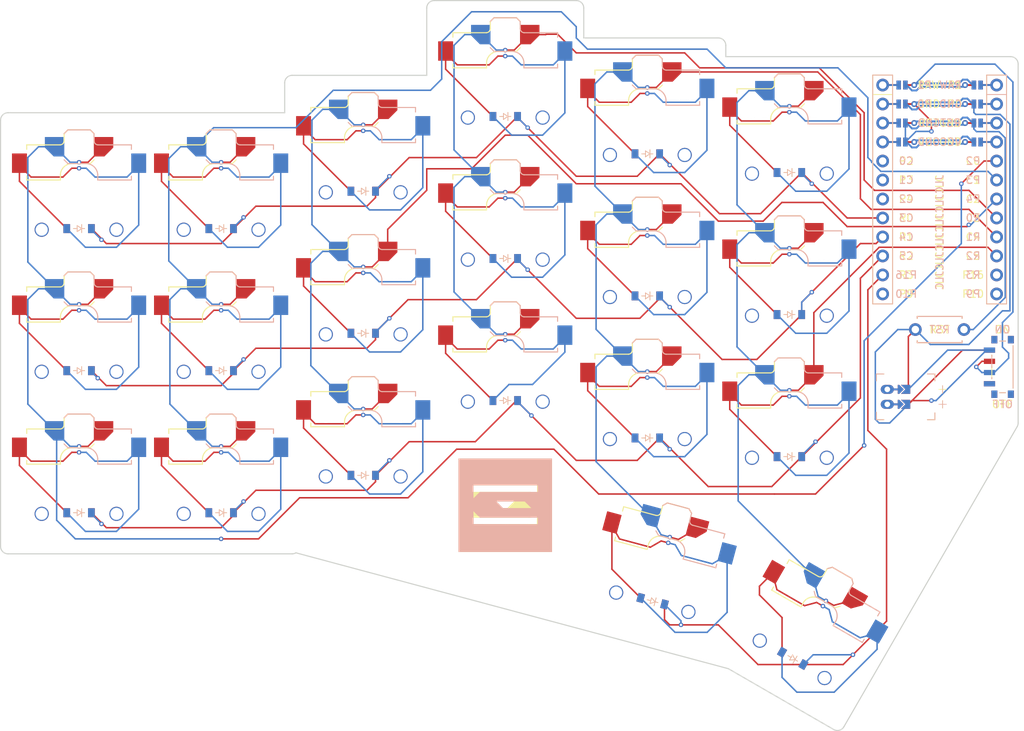
<source format=kicad_pcb>
(kicad_pcb (version 20240108) (generator "pcbnew") (generator_version "8.0")
  (title_block (title "prototype") (date "2024-12-02") (rev "v1.0.0") (company "Unknown"))
  (layers (0 "F.Cu" signal) (31 "B.Cu" signal) (34 "B.Paste" user) (35 "F.Paste" user) (36 "B.SilkS" user "B.Silkscreen") (37 "F.SilkS" user "F.Silkscreen") (38 "B.Mask" user) (39 "F.Mask" user) (44 "Edge.Cuts" user))
  (net 0 "")
  (net 1 "C0")
  (net 2 "outer_bottom")
  (net 3 "GND")
  (net 4 "outer_home")
  (net 5 "outer_top")
  (net 6 "C1")
  (net 7 "pinky_bottom")
  (net 8 "pinky_home")
  (net 9 "pinky_top")
  (net 10 "C2")
  (net 11 "ring_bottom")
  (net 12 "ring_home")
  (net 13 "ring_top")
  (net 14 "C3")
  (net 15 "middle_bottom")
  (net 16 "middle_home")
  (net 17 "middle_top")
  (net 18 "C4")
  (net 19 "index_bottom")
  (net 20 "index_home")
  (net 21 "index_top")
  (net 22 "C5")
  (net 23 "indexfar_bottom")
  (net 24 "indexfar_home")
  (net 25 "indexfar_top")
  (net 26 "layer_cluster")
  (net 27 "space_cluster")
  (net 28 "R2")
  (net 29 "R1")
  (net 30 "R0")
  (net 31 "R3")
  (net 32 "RAW")
  (net 33 "RST")
  (net 34 "VCC")
  (net 35 "P16")
  (net 36 "P10")
  (net 37 "P1")
  (net 38 "P0")
  (net 39 "P2")
  (net 40 "P3")
  (net 41 "P4")
  (net 42 "P9")
  (net 43 "MCU1_24")
  (net 44 "MCU1_1")
  (net 45 "MCU1_23")
  (net 46 "MCU1_2")
  (net 47 "MCU1_22")
  (net 48 "MCU1_3")
  (net 49 "MCU1_21")
  (net 50 "MCU1_4")
  (net 51 "BAT_P")
  (net 52 "JST1_1")
  (net 53 "JST1_2")
  (footprint "ceoloide:mcu_nice_nano" (layer "F.Cu") (at 215.1 60.5)
    (property "Reference" "MCU1" (hide yes))
    (property "Value" "")
  )
  (footprint "ceoloide:diode_tht_sod123" (layer "F.Cu") (at 176.705905 116.829629 165)
    (property "Reference" "D19" (hide yes))
    (property "Value" "")
  )
  (footprint "ceoloide:battery_connector_jst_ph_2" (layer "F.Cu") (at 208.1 89.5 90)
    (property "Reference" "JST1" (hide yes))
    (property "Value" "")
  )
  (footprint "ceoloide:diode_tht_sod123" (layer "F.Cu") (at 176 76 180)
    (property "Reference" "D14" (hide yes))
    (property "Value" "")
  )
  (footprint "ceoloide:diode_tht_sod123" (layer "F.Cu") (at 157 90 180)
    (property "Reference" "D10" (hide yes))
    (property "Value" "")
  )
  (footprint "ceoloide:diode_tht_sod123" (layer "F.Cu") (at 119 86 180)
    (property "Reference" "D5" (hide yes))
    (property "Value" "")
  )
  (footprint "ceoloide:utility_ergogen_logo" (layer "F.Cu") (at 157 104)
    (property "Reference" "LOGO1" (hide yes))
    (property "Value" "")
  )
  (footprint "ceoloide:diode_tht_sod123" (layer "F.Cu") (at 138 62 180)
    (property "Reference" "D9" (hide yes))
    (property "Value" "")
  )
  (footprint "ceoloide:mounting_hole_npth" (layer "F.Cu") (at 186.5 63)
    (property "Reference" "MH4" (hide yes))
    (property "Value" "")
  )
  (footprint "ceoloide:diode_tht_sod123" (layer "F.Cu") (at 176 95 180)
    (property "Reference" "D13" (hide yes))
    (property "Value" "")
  )
  (footprint "ceoloide:diode_tht_sod123" (layer "F.Cu") (at 100 105 180)
    (property "Reference" "D1" (hide yes))
    (property "Value" "")
  )
  (footprint "ceoloide:diode_tht_sod123" (layer "F.Cu") (at 157 52 180)
    (property "Reference" "D12" (hide yes))
    (property "Value" "")
  )
  (footprint "ceoloide:diode_tht_sod123" (layer "F.Cu") (at 138 81 180)
    (property "Reference" "D8" (hide yes))
    (property "Value" "")
  )
  (footprint "ceoloide:diode_tht_sod123" (layer "F.Cu") (at 100 86 180)
    (property "Reference" "D2" (hide yes))
    (property "Value" "")
  )
  (footprint "ceoloide:diode_tht_sod123" (layer "F.Cu") (at 195 78.5 180)
    (property "Reference" "D17" (hide yes))
    (property "Value" "")
  )
  (footprint "ceoloide:diode_tht_sod123" (layer "F.Cu") (at 119 105 180)
    (property "Reference" "D4" (hide yes))
    (property "Value" "")
  )
  (footprint "ceoloide:diode_tht_sod123" (layer "F.Cu") (at 100 67 180)
    (property "Reference" "D3" (hide yes))
    (property "Value" "")
  )
  (footprint "ceoloide:diode_tht_sod123" (layer "F.Cu") (at 195 97.5 180)
    (property "Reference" "D16" (hide yes))
    (property "Value" "")
  )
  (footprint "ceoloide:diode_tht_sod123" (layer "F.Cu") (at 138 100 180)
    (property "Reference" "D7" (hide yes))
    (property "Value" "")
  )
  (footprint "ceoloide:diode_tht_sod123" (layer "F.Cu") (at 119 67 180)
    (property "Reference" "D6" (hide yes))
    (property "Value" "")
  )
  (footprint "ceoloide:diode_tht_sod123" (layer "F.Cu") (at 157 71 180)
    (property "Reference" "D11" (hide yes))
    (property "Value" "")
  )
  (footprint "ceoloide:diode_tht_sod123" (layer "F.Cu") (at 176 57 180)
    (property "Reference" "D15" (hide yes))
    (property "Value" "")
  )
  (footprint "ceoloide:mounting_hole_npth" (layer "F.Cu") (at 109.5 71.5)
    (property "Reference" "MH2" (hide yes))
    (property "Value" "")
  )
  (footprint "ceoloide:power_switch_smd_side" (layer "F.Cu") (at 223.5 85.5)
    (property "Reference" "PWR1" (hide yes))
    (property "Value" "")
  )
  (footprint "ceoloide:reset_switch_tht_top" (layer "F.Cu") (at 215.1 80.5)
    (property "Reference" "RST1" (hide yes))
    (property "Value" "")
  )
  (footprint "ceoloide:mounting_hole_npth" (layer "F.Cu") (at 109.5 90.5)
    (property "Reference" "MH1" (hide yes))
    (property "Value" "")
  )
  (footprint "ceoloide:diode_tht_sod123" (layer "F.Cu") (at 195.450667 124.47974 150)
    (property "Reference" "D20" (hide yes))
    (property "Value" "")
  )
  (footprint "ceoloide:mounting_hole_npth" (layer "F.Cu") (at 186.5 82)
    (property "Reference" "MH3" (hide yes))
    (property "Value" "")
  )
  (footprint "ceoloide:diode_tht_sod123" (layer "F.Cu") (at 195 59.5 180)
    (property "Reference" "D18" (hide yes))
    (property "Value" "")
  )
  (footprint "ceoloide:switch_choc_v1_v2" (layer "B.Cu") (at 178 112 -15)
    (property "Reference" "S19" (hide yes))
    (property "Value" "")
  )
  (footprint "ceoloide:switch_choc_v1_v2" (layer "B.Cu") (at 138 57)
    (property "Reference" "S9" (hide yes))
    (property "Value" "")
  )
  (footprint "ceoloide:switch_choc_v1_v2" (layer "B.Cu") (at 195 54.5)
    (property "Reference" "S18" (hide yes))
    (property "Value" "")
  )
  (footprint "ceoloide:switch_choc_v1_v2" (layer "B.Cu") (at 119 100)
    (property "Reference" "S4" (hide yes))
    (property "Value" "")
  )
  (footprint "ceoloide:switch_choc_v1_v2" (layer "B.Cu") (at 157 66)
    (property "Reference" "S11" (hide yes))
    (property "Value" "")
  )
  (footprint "ceoloide:switch_choc_v1_v2" (layer "B.Cu") (at 176 90)
    (property "Reference" "S13" (hide yes))
    (property "Value" "")
  )
  (footprint "ceoloide:switch_choc_v1_v2" (layer "B.Cu") (at 197.950667 120.149613 -30)
    (property "Reference" "S20" (hide yes))
    (property "Value" "")
  )
  (footprint "ceoloide:switch_choc_v1_v2" (layer "B.Cu") (at 100 62)
    (property "Reference" "S3" (hide yes))
    (property "Value" "")
  )
  (footprint "ceoloide:switch_choc_v1_v2" (layer "B.Cu") (at 119 62)
    (property "Reference" "S6" (hide yes))
    (property "Value" "")
  )
  (footprint "ceoloide:switch_choc_v1_v2" (layer "B.Cu") (at 195 73.5)
    (property "Reference" "S17" (hide yes))
    (property "Value" "")
  )
  (footprint "ceoloide:switch_choc_v1_v2" (layer "B.Cu") (at 100 100)
    (property "Reference" "S1" (hide yes))
    (property "Value" "")
  )
  (footprint "ceoloide:switch_choc_v1_v2" (layer "B.Cu") (at 119 81)
    (property "Reference" "S5" (hide yes))
    (property "Value" "")
  )
  (footprint "ceoloide:switch_choc_v1_v2" (layer "B.Cu") (at 138 76)
    (property "Reference" "S8" (hide yes))
    (property "Value" "")
  )
  (footprint "ceoloide:switch_choc_v1_v2" (layer "B.Cu") (at 176 52)
    (property "Reference" "S15" (hide yes))
    (property "Value" "")
  )
  (footprint "ceoloide:switch_choc_v1_v2" (layer "B.Cu") (at 195 92.5)
    (property "Reference" "S16" (hide yes))
    (property "Value" "")
  )
  (footprint "ceoloide:switch_choc_v1_v2" (layer "B.Cu") (at 176 71)
    (property "Reference" "S14" (hide yes))
    (property "Value" "")
  )
  (footprint "ceoloide:switch_choc_v1_v2" (layer "B.Cu") (at 100 81)
    (property "Reference" "S2" (hide yes))
    (property "Value" "")
  )
  (footprint "ceoloide:switch_choc_v1_v2" (layer "B.Cu") (at 157 47)
    (property "Reference" "S12" (hide yes))
    (property "Value" "")
  )
  (footprint "ceoloide:switch_choc_v1_v2" (layer "B.Cu") (at 138 95)
    (property "Reference" "S7" (hide yes))
    (property "Value" "")
  )
  (footprint "ceoloide:switch_choc_v1_v2" (layer "B.Cu") (at 157 85)
    (property "Reference" "S10" (hide yes))
    (property "Value" "")
  )
  (gr_line (start 129.004677 110.363308) (end 186.843279 125.861115) (stroke (width 0.15)) (layer "Edge.Cuts"))
  (gr_arc (start 90.5 110.5) (mid 89.792893 110.207107) (end 89.5 109.5) (stroke (width 0.15)) (layer "Edge.Cuts"))
  (gr_line (start 186.843279 125.861115) (end 200.927908 133.992879) (stroke (width 0.15)) (layer "Edge.Cuts"))
  (gr_arc (start 166.5 36.5) (mid 167.207107 36.792893) (end 167.5 37.5) (stroke (width 0.15)) (layer "Edge.Cuts"))
  (gr_line (start 89.5 109.5) (end 89.5 52.5) (stroke (width 0.15)) (layer "Edge.Cuts"))
  (gr_line (start 90.5 110.5) (end 128.5 110.5) (stroke (width 0.15)) (layer "Edge.Cuts"))
  (gr_arc (start 202.293933 133.626856) (mid 201.686727 134.092808) (end 200.927908 133.992879) (stroke (width 0.15)) (layer "Edge.Cuts"))
  (gr_line (start 127.5 47.5) (end 127.5 51.5) (stroke (width 0.15)) (layer "Edge.Cuts"))
  (gr_arc (start 129.004677 110.363308) (mid 128.76143 110.465222) (end 128.5 110.5) (stroke (width 0.15)) (layer "Edge.Cuts"))
  (gr_arc (start 185.5 41.5) (mid 186.207107 41.792893) (end 186.5 42.5) (stroke (width 0.15)) (layer "Edge.Cuts"))
  (gr_line (start 202.318934 133.583553) (end 225.466025 93.491614) (stroke (width 0.15)) (layer "Edge.Cuts"))
  (gr_line (start 167.5 41.5) (end 167.5 37.5) (stroke (width 0.15)) (layer "Edge.Cuts"))
  (gr_line (start 202.293933 133.626856) (end 202.318933 133.583555) (stroke (width 0.15)) (layer "Edge.Cuts"))
  (gr_line (start 146.5 46.5) (end 128.5 46.5) (stroke (width 0.15)) (layer "Edge.Cuts"))
  (gr_line (start 186.5 44) (end 224.6 44) (stroke (width 0.15)) (layer "Edge.Cuts"))
  (gr_line (start 90.5 51.5) (end 127.5 51.5) (stroke (width 0.15)) (layer "Edge.Cuts"))
  (gr_arc (start 127.5 47.5) (mid 127.792893 46.792893) (end 128.5 46.5) (stroke (width 0.15)) (layer "Edge.Cuts"))
  (gr_line (start 186.5 44) (end 186.5 42.5) (stroke (width 0.15)) (layer "Edge.Cuts"))
  (gr_line (start 146.5 37.5) (end 146.5 46.5) (stroke (width 0.15)) (layer "Edge.Cuts"))
  (gr_line (start 225.6 92.991614) (end 225.6 45) (stroke (width 0.15)) (layer "Edge.Cuts"))
  (gr_line (start 185.5 41.5) (end 167.5 41.5) (stroke (width 0.15)) (layer "Edge.Cuts"))
  (gr_line (start 166.5 36.5) (end 147.5 36.5) (stroke (width 0.15)) (layer "Edge.Cuts"))
  (gr_arc (start 224.6 44) (mid 225.307107 44.292893) (end 225.6 45) (stroke (width 0.15)) (layer "Edge.Cuts"))
  (gr_arc (start 89.5 52.5) (mid 89.792893 51.792893) (end 90.5 51.5) (stroke (width 0.15)) (layer "Edge.Cuts"))
  (gr_arc (start 146.5 37.5) (mid 146.792893 36.792893) (end 147.5 36.5) (stroke (width 0.15)) (layer "Edge.Cuts"))
  (gr_arc (start 225.6 92.991614) (mid 225.565922 93.250432) (end 225.466025 93.491614) (stroke (width 0.15)) (layer "Edge.Cuts"))
  (gr_text "JLCJLCJLCJLCJLCJLC" (at 215.1 67.5 90) (layer "B.SilkS") (effects (font (size 1 1)) (justify mirror)))
  (gr_text "JLCJLCJLCJLCJLCJLC" (at 215.1 67.5 90) (layer "F.SilkS") (effects (font (size 1 1))))
  (segment (start 169.5 102.5) (end 193 102.5) (width 0.2) (layer "F.Cu") (net 1))
  (segment (start 218 61) (end 221.04 57.96) (width 0.2) (layer "F.Cu") (net 1))
  (segment (start 163.5 96.5) (end 169.5 102.5) (width 0.2) (layer "F.Cu") (net 1))
  (segment (start 129.5 103) (end 144 103) (width 0.2) (layer "F.Cu") (net 1))
  (segment (start 198.5 102.5) (end 205 96) (width 0.2) (layer "F.Cu") (net 1))
  (segment (start 124 108.5) (end 129.5 103) (width 0.2) (layer "F.Cu") (net 1))
  (segment (start 193 102.5) (end 198.5 102.5) (width 0.2) (layer "F.Cu") (net 1))
  (segment (start 103.275 75.05) (end 101.2 77.125) (width 0.2) (layer "F.Cu") (net 1))
  (segment (start 101.2 77.125) (end 100 77.125) (width 0.2) (layer "F.Cu") (net 1))
  (segment (start 144 103) (end 150.5 96.5) (width 0.2) (layer "F.Cu") (net 1))
  (segment (start 101.2 58.125) (end 100 58.125) (width 0.2) (layer "F.Cu") (net 1))
  (segment (start 119 108.5) (end 124 108.5) (width 0.2) (layer "F.Cu") (net 1))
  (segment (start 103.275 56.05) (end 101.2 58.125) (width 0.2) (layer "F.Cu") (net 1))
  (segment (start 150.5 96.5) (end 163.5 96.5) (width 0.2) (layer "F.Cu") (net 1))
  (segment (start 103.275 94.05) (end 101.2 96.125) (width 0.2) (layer "F.Cu") (net 1))
  (segment (start 101.2 96.125) (end 100 96.125) (width 0.2) (layer "F.Cu") (net 1))
  (segment (start 221.04 57.96) (end 222.72 57.96) (width 0.2) (layer "F.Cu") (net 1))
  (via (at 100 58.125) (size 0.6) (drill 0.3) (layers "F.Cu" "B.Cu") (net 1))
  (via (at 100 96.125) (size 0.6) (drill 0.3) (layers "F.Cu" "B.Cu") (net 1))
  (via (at 205 96) (size 0.6) (drill 0.3) (layers "F.Cu" "B.Cu") (net 1))
  (via (at 218 61) (size 0.6) (drill 0.3) (layers "F.Cu" "B.Cu") (net 1))
  (via (at 119 108.5) (size 0.6) (drill 0.3) (layers "F.Cu" "B.Cu") (net 1))
  (via (at 100 77.125) (size 0.6) (drill 0.3) (layers "F.Cu" "B.Cu") (net 1))
  (segment (start 96.725 75.05) (end 94.583705 75.05) (width 0.2) (layer "B.Cu") (net 1))
  (segment (start 99.5 108.5) (end 119 108.5) (width 0.2) (layer "B.Cu") (net 1))
  (segment (start 205 96) (end 205 82) (width 0.2) (layer "B.Cu") (net 1))
  (segment (start 94.583705 75.05) (end 93.15 76.483705) (width 0.2) (layer "B.Cu") (net 1))
  (segment (start 94.583705 56.05) (end 93.15 57.483705) (width 0.2) (layer "B.Cu") (net 1))
  (segment (start 205 82) (end 218 69) (width 0.2) (layer "B.Cu") (net 1))
  (segment (start 93.15 57.483705) (end 93.15 71.475) (width 0.2) (layer "B.Cu") (net 1))
  (segment (start 97 106) (end 99.5 108.5) (width 0.2) (layer "B.Cu") (net 1))
  (segment (start 96.725 94.05) (end 97 94.325) (width 0.2) (layer "B.Cu") (net 1))
  (segment (start 96.725 56.05) (end 98.8 58.125) (width 0.2) (layer "B.Cu") (net 1))
  (segment (start 218 69) (end 218 61) (width 0.2) (layer "B.Cu") (net 1))
  (segment (start 98.8 77.125) (end 100 77.125) (width 0.2) (layer "B.Cu") (net 1))
  (segment (start 96.725 75.05) (end 98.8 77.125) (width 0.2) (layer "B.Cu") (net 1))
  (segment (start 93.15 71.475) (end 96.725 75.05) (width 0.2) (layer "B.Cu") (net 1))
  (segment (start 98.8 58.125) (end 100 58.125) (width 0.2) (layer "B.Cu") (net 1))
  (segment (start 93.15 90.475) (end 96.725 94.05) (width 0.2) (layer "B.Cu") (net 1))
  (segment (start 93.15 76.483705) (end 93.15 90.475) (width 0.2) (layer "B.Cu") (net 1))
  (segment (start 97 94.325) (end 97 106) (width 0.2) (layer "B.Cu") (net 1))
  (segment (start 96.725 94.05) (end 98.8 96.125) (width 0.2) (layer "B.Cu") (net 1))
  (segment (start 98.8 96.125) (end 100 96.125) (width 0.2) (layer "B.Cu") (net 1))
  (segment (start 96.725 56.05) (end 94.583705 56.05) (width 0.2) (layer "B.Cu") (net 1))
  (segment (start 97.846 98.104) (end 99.025 96.925) (width 0.2) (layer "F.Cu") (net 2))
  (segment (start 93.579 98.104) (end 97.846 98.104) (width 0.2) (layer "F.Cu") (net 2))
  (segment (start 91.725 96.25) (end 93.579 98.104) (width 0.2) (layer "F.Cu") (net 2))
  (segment (start 92.025 98.675) (end 98.35 105) (width 0.2) (layer "F.Cu") (net 2))
  (segment (start 99.025 96.925) (end 100 96.925) (width 0.2) (layer "F.Cu") (net 2))
  (segment (start 92.025 96.25) (end 92.025 98.675) (width 0.2) (layer "F.Cu") (net 2))
  (via (at 100 96.925) (size 0.6) (drill 0.3) (layers "F.Cu" "B.Cu") (net 2))
  (segment (start 107.975 96.25) (end 107.975 104.525) (width 0.2) (layer "B.Cu") (net 2))
  (segment (start 102.140166 98.104) (end 100.961166 96.925) (width 0.2) (layer "B.Cu") (net 2))
  (segment (start 100.961166 96.925) (end 100 96.925) (width 0.2) (layer "B.Cu") (net 2))
  (segment (start 108.275 96.25) (end 106.421 98.104) (width 0.2) (layer "B.Cu") (net 2))
  (segment (start 106.421 98.104) (end 102.140166 98.104) (width 0.2) (layer "B.Cu") (net 2))
  (segment (start 105 107.5) (end 100.85 107.5) (width 0.2) (layer "B.Cu") (net 2))
  (segment (start 107.975 104.525) (end 105 107.5) (width 0.2) (layer "B.Cu") (net 2))
  (segment (start 100.85 107.5) (end 98.35 105) (width 0.2) (layer "B.Cu") (net 2))
  (segment (start 210.52 50.34) (end 211.7 50.34) (width 0.25) (layer "F.Cu") (net 3))
  (segment (start 219.68 55.42) (end 218.5 55.42) (width 0.25) (layer "F.Cu") (net 3))
  (segment (start 210.916 81.434) (end 211.85 80.5) (width 0.2) (layer "F.Cu") (net 3))
  (segment (start 214 54) (end 214 52.64) (width 0.2) (layer "F.Cu") (net 3))
  (segment (start 219.68 52.88) (end 218.5 52.88) (width 0.25) (layer "F.Cu") (net 3))
  (segment (start 214 52.64) (end 211.7 50.34) (width 0.2) (layer "F.Cu") (net 3))
  (segment (start 210.916 88.5) (end 210.916 81.434) (width 0.2) (layer "F.Cu") (net 3))
  (via (at 214 54) (size 0.6) (drill 0.3) (layers "F.Cu" "B.Cu") (net 3))
  (segment (start 210.52 55.42) (end 210.52 52.88) (width 0.2) (layer "B.Cu") (net 3))
  (segment (start 211.399695 53.605) (end 212.000305 53.605) (width 0.25) (layer "B.Cu") (net 3))
  (segment (start 210.52 55.42) (end 211.94 54) (width 0.2) (layer "B.Cu") (net 3))
  (segment (start 210.325 52.88) (end 210.674695 52.88) (width 0.25) (layer "B.Cu") (net 3))
  (segment (start 213.85 82.5) (end 211.85 80.5) (width 0.2) (layer "B.Cu") (net 3))
  (segment (start 210.916 90.5) (end 208.416 93) (width 0.2) (layer "B.Cu") (net 3))
  (segment (start 219 82.5) (end 213.85 82.5) (width 0.2) (layer "B.Cu") (net 3))
  (segment (start 210.674695 52.88) (end 211.399695 53.605) (width 0.25) (layer "B.Cu") (net 3))
  (segment (start 219.525305 50.34) (end 218.800305 49.615) (width 0.25) (layer "B.Cu") (net 3))
  (segment (start 219.68 51.48) (end 219.93 51.73) (width 0.2) (layer "B.Cu") (net 3))
  (segment (start 211.399695 56.145) (end 212.000305 56.145) (width 0.25) (layer "B.Cu") (net 3))
  (segment (start 206.5 92.5) (end 206.5 83.5) (width 0.2) (layer "B.Cu") (net 3))
  (segment (start 218.800305 49.615) (end 218.199695 49.615) (width 0.25) (layer "B.Cu") (net 3))
  (segment (start 219.68 50.34) (end 219.68 51.48) (width 0.2) (layer "B.Cu") (net 3))
  (segment (start 210.674695 55.42) (end 211.399695 56.145) (width 0.25) (layer "B.Cu") (net 3))
  (segment (start 212.000305 56.145) (end 212.495305 55.65) (width 0.25) (layer "B.Cu") (net 3))
  (segment (start 207 93) (end 206.5 92.5) (width 0.2) (layer "B.Cu") (net 3))
  (segment (start 217.694695 50.12) (end 211.92 50.12) (width 0.25) (layer "B.Cu") (net 3))
  (segment (start 223.5 78) (end 219 82.5) (width 0.2) (layer "B.Cu") (net 3))
  (segment (start 219.875 50.34) (end 219.525305 50.34) (width 0.25) (layer "B.Cu") (net 3))
  (segment (start 211.94 54) (end 214 54) (width 0.2) (layer "B.Cu") (net 3))
  (segment (start 224.5 53.033654) (end 224.5 78) (width 0.2) (layer "B.Cu") (net 3))
  (segment (start 219.93 51.73) (end 223.196346 51.73) (width 0.2) (layer "B.Cu") (net 3))
  (segment (start 212.000305 53.605) (end 212.495305 53.11) (width 0.25) (layer "B.Cu") (net 3))
  (segment (start 223.196346 51.73) (end 224.5 53.033654) (width 0.2) (layer "B.Cu") (net 3))
  (segment (start 212.495305 55.65) (end 218.27 55.65) (width 0.25) (layer "B.Cu") (net 3))
  (segment (start 218.199695 49.615) (end 217.694695 50.12) (width 0.25) (layer "B.Cu") (net 3))
  (segment (start 212.495305 53.11) (end 218.27 53.11) (width 0.25) (layer "B.Cu") (net 3))
  (segment (start 209.5 80.5) (end 211.85 80.5) (width 0.2) (layer "B.Cu") (net 3))
  (segment (start 224.5 78) (end 223.5 78) (width 0.2) (layer "B.Cu") (net 3))
  (segment (start 208.416 93) (end 207 93) (width 0.2) (layer "B.Cu") (net 3))
  (segment (start 210.325 55.42) (end 210.674695 55.42) (width 0.25) (layer "B.Cu") (net 3))
  (segment (start 206.5 83.5) (end 209.5 80.5) (width 0.2) (layer "B.Cu") (net 3))
  (segment (start 97.846 79.104) (end 99.025 77.925) (width 0.2) (layer "F.Cu") (net 4))
  (segment (start 91.725 77.25) (end 93.579 79.104) (width 0.2) (layer "F.Cu") (net 4))
  (segment (start 92.025 79.675) (end 98.35 86) (width 0.2) (layer "F.Cu") (net 4))
  (segment (start 99.025 77.925) (end 100 77.925) (width 0.2) (layer "F.Cu") (net 4))
  (segment (start 92.025 77.25) (end 92.025 79.675) (width 0.2) (layer "F.Cu") (net 4))
  (segment (start 93.579 79.104) (end 97.846 79.104) (width 0.2) (layer "F.Cu") (net 4))
  (via (at 100 77.925) (size 0.6) (drill 0.3) (layers "F.Cu" "B.Cu") (net 4))
  (segment (start 108.275 77.25) (end 106.421 79.104) (width 0.2) (layer "B.Cu") (net 4))
  (segment (start 107.975 77.25) (end 107.975 85.525) (width 0.2) (layer "B.Cu") (net 4))
  (segment (start 100.85 88.5) (end 98.35 86) (width 0.2) (layer "B.Cu") (net 4))
  (segment (start 102.140166 79.104) (end 100.961166 77.925) (width 0.2) (layer "B.Cu") (net 4))
  (segment (start 107.975 85.525) (end 105 88.5) (width 0.2) (layer "B.Cu") (net 4))
  (segment (start 105 88.5) (end 100.85 88.5) (width 0.2) (layer "B.Cu") (net 4))
  (segment (start 100.961166 77.925) (end 100 77.925) (width 0.2) (layer "B.Cu") (net 4))
  (segment (start 106.421 79.104) (end 102.140166 79.104) (width 0.2) (layer "B.Cu") (net 4))
  (segment (start 91.725 58.25) (end 93.579 60.104) (width 0.2) (layer "F.Cu") (net 5))
  (segment (start 92.025 60.675) (end 98.35 67) (width 0.2) (layer "F.Cu") (net 5))
  (segment (start 93.579 60.104) (end 97.846 60.104) (width 0.2) (layer "F.Cu") (net 5))
  (segment (start 97.846 60.104) (end 99.025 58.925) (width 0.2) (layer "F.Cu") (net 5))
  (segment (start 99.025 58.925) (end 100 58.925) (width 0.2) (layer "F.Cu") (net 5))
  (segment (start 92.025 58.25) (end 92.025 60.675) (width 0.2) (layer "F.Cu") (net 5))
  (via (at 100 58.925) (size 0.6) (drill 0.3) (layers "F.Cu" "B.Cu") (net 5))
  (segment (start 105 69.5) (end 100.85 69.5) (width 0.2) (layer "B.Cu") (net 5))
  (segment (start 100.85 69.5) (end 98.35 67) (width 0.2) (layer "B.Cu") (net 5))
  (segment (start 107.975 58.25) (end 107.975 66.525) (width 0.2) (layer "B.Cu") (net 5))
  (segment (start 102.140166 60.104) (end 100.961166 58.925) (width 0.2) (layer "B.Cu") (net 5))
  (segment (start 107.975 66.525) (end 105 69.5) (width 0.2) (layer "B.Cu") (net 5))
  (segment (start 108.275 58.25) (end 106.421 60.104) (width 0.2) (layer "B.Cu") (net 5))
  (segment (start 106.421 60.104) (end 102.140166 60.104) (width 0.2) (layer "B.Cu") (net 5))
  (segment (start 100.961166 58.925) (end 100 58.925) (width 0.2) (layer "B.Cu") (net 5))
  (segment (start 120.2 96.125) (end 119 96.125) (width 0.2) (layer "F.Cu") (net 6))
  (segment (start 122.275 94.05) (end 120.2 96.125) (width 0.2) (layer "F.Cu") (net 6))
  (segment (start 120.2 77.125) (end 119 77.125) (width 0.2) (layer "F.Cu") (net 6))
  (segment (start 122.275 56.05) (end 120.2 58.125) (width 0.2) (layer "F.Cu") (net 6))
  (segment (start 122.275 75.05) (end 120.2 77.125) (width 0.2) (layer "F.Cu") (net 6))
  (segment (start 120.2 58.125) (end 119 58.125) (width 0.2) (layer "F.Cu") (net 6))
  (via (at 119 96.125) (size 0.6) (drill 0.3) (layers "F.Cu" "B.Cu") (net 6))
  (via (at 119 77.125) (size 0.6) (drill 0.3) (layers "F.Cu" "B.Cu") (net 6))
  (via (at 119 58.125) (size 0.6) (drill 0.3) (layers "F.Cu" "B.Cu") (net 6))
  (segment (start 166.5 41.5) (end 168 43) (width 0.2) (layer "B.Cu") (net 6))
  (segment (start 184 43) (end 186.5 45.5) (width 0.2) (layer "B.Cu") (net 6))
  (segment (start 148.5 42) (end 152.5 38) (width 0.2) (layer "B.Cu") (net 6))
  (segment (start 118 53.5) (end 129 53.5) (width 0.2) (layer "B.Cu") (net 6))
  (segment (start 113.583705 56.05) (end 112 57.633705) (width 0.2) (layer "B.Cu") (net 6))
  (segment (start 207.243654 59.35) (end 221.57 59.35) (width 0.2) (layer "B.Cu") (net 6))
  (segment (start 115.725 75.05) (end 113.583705 75.05) (width 0.2) (layer "B.Cu") (net 6))
  (segment (start 205.5 49.5) (end 205.5 57.5) (width 0.2) (layer "B.Cu") (net 6))
  (segment (start 115.725 94.05) (end 117.8 96.125) (width 0.2) (layer "B.Cu") (net 6))
  (segment (start 186.5 45.5) (end 201.5 45.5) (width 0.2) (layer "B.Cu") (net 6))
  (segment (start 113.583705 75.05) (end 112.15 76.483705) (width 0.2) (layer "B.Cu") (net 6))
  (segment (start 206 58) (end 206 58.106346) (width 0.2) (layer "B.Cu") (net 6))
  (segment (start 115.725 56.05) (end 113.583705 56.05) (width 0.2) (layer "B.Cu") (net 6))
  (segment (start 117.8 58.125) (end 119 58.125) (width 0.2) (layer "B.Cu") (net 6))
  (segment (start 117.8 96.125) (end 119 96.125) (width 0.2) (layer "B.Cu") (net 6))
  (segment (start 205.5 57.5) (end 206 58) (width 0.2) (layer "B.Cu") (net 6))
  (segment (start 129 53.5) (end 134 48.5) (width 0.2) (layer "B.Cu") (net 6))
  (segment (start 115.725 55.775) (end 118 53.5) (width 0.2) (layer "B.Cu") (net 6))
  (segment (start 168 43) (end 184 43) (width 0.2) (layer "B.Cu") (net 6))
  (segment (start 112 71.325) (end 115.725 75.05) (width 0.2) (layer "B.Cu") (net 6))
  (segment (start 201.5 45.5) (end 205.5 49.5) (width 0.2) (layer "B.Cu") (net 6))
  (segment (start 148.5 47) (end 148.5 42) (width 0.2) (layer "B.Cu") (net 6))
  (segment (start 115.725 56.05) (end 115.725 55.775) (width 0.2) (layer "B.Cu") (net 6))
  (segment (start 112.15 90.475) (end 115.725 94.05) (width 0.2) (layer "B.Cu") (net 6))
  (segment (start 152.5 38) (end 164.5 38) (width 0.2) (layer "B.Cu") (net 6))
  (segment (start 112.15 76.483705) (end 112.15 90.475) (width 0.2) (layer "B.Cu") (net 6))
  (segment (start 221.57 59.35) (end 222.72 60.5) (width 0.2) (layer "B.Cu") (net 6))
  (segment (start 164.5 38) (end 166.5 40) (width 0.2) (layer "B.Cu") (net 6))
  (segment (start 112 57.633705) (end 112 71.325) (width 0.2) (layer "B.Cu") (net 6))
  (segment (start 147 48.5) (end 148.5 47) (width 0.2) (layer "B.Cu") (net 6))
  (segment (start 166.5 40) (end 166.5 41.5) (width 0.2) (layer "B.Cu") (net 6))
  (segment (start 206 58.106346) (end 207.243654 59.35) (width 0.2) (layer "B.Cu") (net 6))
  (segment (start 117.8 77.125) (end 119 77.125) (width 0.2) (layer "B.Cu") (net 6))
  (segment (start 134 48.5) (end 147 48.5) (width 0.2) (layer "B.Cu") (net 6))
  (segment (start 115.725 75.05) (end 117.8 77.125) (width 0.2) (layer "B.Cu") (net 6))
  (segment (start 115.725 56.05) (end 117.8 58.125) (width 0.2) (layer "B.Cu") (net 6))
  (segment (start 116.846 98.104) (end 118.025 96.925) (width 0.2) (layer "F.Cu") (net 7))
  (segment (start 111.025 96.25) (end 111.025 98.675) (width 0.2) (layer "F.Cu") (net 7))
  (segment (start 111.025 98.675) (end 117.35 105) (width 0.2) (layer "F.Cu") (net 7))
  (segment (start 110.725 96.25) (end 112.579 98.104) (width 0.2) (layer "F.Cu") (net 7))
  (segment (start 112.579 98.104) (end 116.846 98.104) (width 0.2) (layer "F.Cu") (net 7))
  (segment (start 118.025 96.925) (end 119 96.925) (width 0.2) (layer "F.Cu") (net 7))
  (via (at 119 96.925) (size 0.6) (drill 0.3) (layers "F.Cu" "B.Cu") (net 7))
  (segment (start 119.85 107.5) (end 117.35 105) (width 0.2) (layer "B.Cu") (net 7))
  (segment (start 121.140166 98.104) (end 119.961166 96.925) (width 0.2) (layer "B.Cu") (net 7))
  (segment (start 126.975 96.25) (end 126.975 104.525) (width 0.2) (layer "B.Cu") (net 7))
  (segment (start 119.961166 96.925) (end 119 96.925) (width 0.2) (layer "B.Cu") (net 7))
  (segment (start 126.975 104.525) (end 124 107.5) (width 0.2) (layer "B.Cu") (net 7))
  (segment (start 125.421 98.104) (end 121.140166 98.104) (width 0.2) (layer "B.Cu") (net 7))
  (segment (start 127.275 96.25) (end 125.421 98.104) (width 0.2) (layer "B.Cu") (net 7))
  (segment (start 124 107.5) (end 119.85 107.5) (width 0.2) (layer "B.Cu") (net 7))
  (segment (start 116.846 79.104) (end 118.025 77.925) (width 0.2) (layer "F.Cu") (net 8))
  (segment (start 111.025 77.25) (end 111.025 79.675) (width 0.2) (layer "F.Cu") (net 8))
  (segment (start 118.025 77.925) (end 119 77.925) (width 0.2) (layer "F.Cu") (net 8))
  (segment (start 111.025 79.675) (end 117.35 86) (width 0.2) (layer "F.Cu") (net 8))
  (segment (start 110.725 77.25) (end 112.579 79.104) (width 0.2) (layer "F.Cu") (net 8))
  (segment (start 112.579 79.104) (end 116.846 79.104) (width 0.2) (layer "F.Cu") (net 8))
  (via (at 119 77.925) (size 0.6) (drill 0.3) (layers "F.Cu" "B.Cu") (net 8))
  (segment (start 119.961166 77.925) (end 119 77.925) (width 0.2) (layer "B.Cu") (net 8))
  (segment (start 126.975 77.25) (end 126.975 85.525) (width 0.2) (layer "B.Cu") (net 8))
  (segment (start 124 88.5) (end 119.85 88.5) (width 0.2) (layer "B.Cu") (net 8))
  (segment (start 121.140166 79.104) (end 119.961166 77.925) (width 0.2) (layer "B.Cu") (net 8))
  (segment (start 126.975 85.525) (end 124 88.5) (width 0.2) (layer "B.Cu") (net 8))
  (segment (start 119.85 88.5) (end 117.35 86) (width 0.2) (layer "B.Cu") (net 8))
  (segment (start 127.275 77.25) (end 125.421 79.104) (width 0.2) (layer "B.Cu") (net 8))
  (segment (start 125.421 79.104) (end 121.140166 79.104) (width 0.2) (layer "B.Cu") (net 8))
  (segment (start 112.579 60.104) (end 116.846 60.104) (width 0.2) (layer "F.Cu") (net 9))
  (segment (start 111.025 60.675) (end 117.35 67) (width 0.2) (layer "F.Cu") (net 9))
  (segment (start 116.846 60.104) (end 118.025 58.925) (width 0.2) (layer "F.Cu") (net 9))
  (segment (start 111.025 58.25) (end 111.025 60.675) (width 0.2) (layer "F.Cu") (net 9))
  (segment (start 110.725 58.25) (end 112.579 60.104) (width 0.2) (layer "F.Cu") (net 9))
  (segment (start 118.025 58.925) (end 119 58.925) (width 0.2) (layer "F.Cu") (net 9))
  (via (at 119 58.925) (size 0.6) (drill 0.3) (layers "F.Cu" "B.Cu") (net 9))
  (segment (start 124 69.5) (end 119.85 69.5) (width 0.2) (layer "B.Cu") (net 9))
  (segment (start 121.140166 60.104) (end 119.961166 58.925) (width 0.2) (layer "B.Cu") (net 9))
  (segment (start 119.85 69.5) (end 117.35 67) (width 0.2) (layer "B.Cu") (net 9))
  (segment (start 126.975 58.25) (end 126.975 66.525) (width 0.2) (layer "B.Cu") (net 9))
  (segment (start 127.275 58.25) (end 125.421 60.104) (width 0.2) (layer "B.Cu") (net 9))
  (segment (start 125.421 60.104) (end 121.140166 60.104) (width 0.2) (layer "B.Cu") (net 9))
  (segment (start 119.961166 58.925) (end 119 58.925) (width 0.2) (layer "B.Cu") (net 9))
  (segment (start 126.975 66.525) (end 124 69.5) (width 0.2) (layer "B.Cu") (net 9))
  (segment (start 218.77 66.73) (end 219 66.5) (width 0.2) (layer "F.Cu") (net 10))
  (segment (start 157 54.5) (end 160 54.5) (width 0.2) (layer "F.Cu") (net 10))
  (segment (start 141.275 51.05) (end 139.2 53.125) (width 0.2) (layer "F.Cu") (net 10))
  (segment (start 202.73 66.73) (end 218.77 66.73) (width 0.2) (layer "F.Cu") (net 10))
  (segment (start 141.275 70.05) (end 141.275 67.1) (width 0.2) (layer "F.Cu") (net 10))
  (segment (start 166.5 61) (end 180.5 61) (width 0.2) (layer "F.Cu") (net 10))
  (segment (start 141.275 67.1) (end 146.5 61.875) (width 0.2) (layer "F.Cu") (net 10))
  (segment (start 146.5 61.875) (end 146.5 59) (width 0.2) (layer "F.Cu") (net 10))
  (segment (start 160 54.5) (end 166.5 61) (width 0.2) (layer "F.Cu") (net 10))
  (segment (start 191.5 66) (end 194 63.5) (width 0.2) (layer "F.Cu") (net 10))
  (segment (start 139.2 91.125) (end 138 91.125) (width 0.2) (layer "F.Cu") (net 10))
  (segment (start 185.5 66) (end 191.5 66) (width 0.2) (layer "F.Cu") (net 10))
  (segment (start 139.2 72.125) (end 138 72.125) (width 0.2) (layer "F.Cu") (net 10))
  (segment (start 199.5 63.5) (end 202.73 66.73) (width 0.2) (layer "F.Cu") (net 10))
  (segment (start 139.2 53.125) (end 138 53.125) (width 0.2) (layer "F.Cu") (net 10))
  (segment (start 141.275 70.05) (end 139.2 72.125) (width 0.2) (layer "F.Cu") (net 10))
  (segment (start 194 63.5) (end 199.5 63.5) (width 0.2) (layer "F.Cu") (net 10))
  (segment (start 180.5 61) (end 185.5 66) (width 0.2) (layer "F.Cu") (net 10))
  (segment (start 146.5 59) (end 152.5 59) (width 0.2) (layer "F.Cu") (net 10))
  (segment (start 152.5 59) (end 157 54.5) (width 0.2) (layer "F.Cu") (net 10))
  (segment (start 141.275 89.05) (end 139.2 91.125) (width 0.2) (layer "F.Cu") (net 10))
  (via (at 138 53.125) (size 0.6) (drill 0.3) (layers "F.Cu" "B.Cu") (net 10))
  (via (at 138 91.125) (size 0.6) (drill 0.3) (layers "F.Cu" "B.Cu") (net 10))
  (via (at 219 66.5) (size 0.6) (drill 0.3) (layers "F.Cu" "B.Cu") (net 10))
  (via (at 138 72.125) (size 0.6) (drill 0.3) (layers "F.Cu" "B.Cu") (net 10))
  (segment (start 132.583705 51.05) (end 131.15 52.483705) (width 0.2) (layer "B.Cu") (net 10))
  (segment (start 131 71.633705) (end 131 85.325) (width 0.2) (layer "B.Cu") (net 10))
  (segment (start 136.8 91.125) (end 138 91.125) (width 0.2) (layer "B.Cu") (net 10))
  (segment (start 134.725 51.05) (end 132.583705 51.05) (width 0.2) (layer "B.Cu") (net 10))
  (segment (start 136.8 53.125) (end 138 53.125) (width 0.2) (layer "B.Cu") (net 10))
  (segment (start 134.725 89.05) (end 136.8 91.125) (width 0.2) (layer "B.Cu") (net 10))
  (segment (start 131.15 52.483705) (end 131.15 66.475) (width 0.2) (layer "B.Cu") (net 10))
  (segment (start 134.725 70.05) (end 136.8 72.125) (width 0.2) (layer "B.Cu") (net 10))
  (segment (start 132.583705 70.05) (end 131 71.633705) (width 0.2) (layer "B.Cu") (net 10))
  (segment (start 131 85.325) (end 134.725 89.05) (width 0.2) (layer "B.Cu") (net 10))
  (segment (start 134.725 70.05) (end 132.583705 70.05) (width 0.2) (layer "B.Cu") (net 10))
  (segment (start 219.26 66.5) (end 222.72 63.04) (width 0.2) (layer "B.Cu") (net 10))
  (segment (start 131.15 66.475) (end 134.725 70.05) (width 0.2) (layer "B.Cu") (net 10))
  (segment (start 136.8 72.125) (end 138 72.125) (width 0.2) (layer "B.Cu") (net 10))
  (segment (start 134.725 51.05) (end 136.8 53.125) (width 0.2) (layer "B.Cu") (net 10))
  (segment (start 219 66.5) (end 219.26 66.5) (width 0.2) (layer "B.Cu") (net 10))
  (segment (start 135.846 93.104) (end 137.025 91.925) (width 0.2) (layer "F.Cu") (net 11))
  (segment (start 131.579 93.104) (end 135.846 93.104) (width 0.2) (layer "F.Cu") (net 11))
  (segment (start 130.025 93.675) (end 136.35 100) (width 0.2) (layer "F.Cu") (net 11))
  (segment (start 130.025 91.25) (end 130.025 93.675) (width 0.2) (layer "F.Cu") (net 11))
  (segment (start 137.025 91.925) (end 138 91.925) (width 0.2) (layer "F.Cu") (net 11))
  (segment (start 129.725 91.25) (end 131.579 93.104) (width 0.2) (layer "F.Cu") (net 11))
  (via (at 138 91.925) (size 0.6) (drill 0.3) (layers "F.Cu" "B.Cu") (net 11))
  (segment (start 145.975 99.525) (end 143 102.5) (width 0.2) (layer "B.Cu") (net 11))
  (segment (start 145.975 91.25) (end 145.975 99.525) (width 0.2) (layer "B.Cu") (net 11))
  (segment (start 138.85 102.5) (end 136.35 100) (width 0.2) (layer "B.Cu") (net 11))
  (segment (start 144.421 93.104) (end 140.140166 93.104) (width 0.2) (layer "B.Cu") (net 11))
  (segment (start 140.140166 93.104) (end 138.961166 91.925) (width 0.2) (layer "B.Cu") (net 11))
  (segment (start 146.275 91.25) (end 144.421 93.104) (width 0.2) (layer "B.Cu") (net 11))
  (segment (start 138.961166 91.925) (end 138 91.925) (width 0.2) (layer "B.Cu") (net 11))
  (segment (start 143 102.5) (end 138.85 102.5) (width 0.2) (layer "B.Cu") (net 11))
  (segment (start 137.025 72.925) (end 138 72.925) (width 0.2) (layer "F.Cu") (net 12))
  (segment (start 131.579 74.104) (end 135.846 74.104) (width 0.2) (layer "F.Cu") (net 12))
  (segment (start 130.025 74.675) (end 136.35 81) (width 0.2) (layer "F.Cu") (net 12))
  (segment (start 130.025 72.25) (end 130.025 74.675) (width 0.2) (layer "F.Cu") (net 12))
  (segment (start 129.725 72.25) (end 131.579 74.104) (width 0.2) (layer "F.Cu") (net 12))
  (segment (start 135.846 74.104) (end 137.025 72.925) (width 0.2) (layer "F.Cu") (net 12))
  (via (at 138 72.925) (size 0.6) (drill 0.3) (layers "F.Cu" "B.Cu") (net 12))
  (segment (start 138.85 83.5) (end 136.35 81) (width 0.2) (layer "B.Cu") (net 12))
  (segment (start 144.421 74.104) (end 140.140166 74.104) (width 0.2) (layer "B.Cu") (net 12))
  (segment (start 140.140166 74.104) (end 138.961166 72.925) (width 0.2) (layer "B.Cu") (net 12))
  (segment (start 146.275 72.25) (end 144.421 74.104) (width 0.2) (layer "B.Cu") (net 12))
  (segment (start 143 83.5) (end 138.85 83.5) (width 0.2) (layer "B.Cu") (net 12))
  (segment (start 145.975 72.25) (end 145.975 80.525) (width 0.2) (layer "B.Cu") (net 12))
  (segment (start 138.961166 72.925) (end 138 72.925) (width 0.2) (layer "B.Cu") (net 12))
  (segment (start 145.975 80.525) (end 143 83.5) (width 0.2) (layer "B.Cu") (net 12))
  (segment (start 129.725 53.25) (end 131.579 55.104) (width 0.2) (layer "F.Cu") (net 13))
  (segment (start 135.846 55.104) (end 137.025 53.925) (width 0.2) (layer "F.Cu") (net 13))
  (segment (start 130.025 53.25) (end 130.025 55.675) (width 0.2) (layer "F.Cu") (net 13))
  (segment (start 130.025 55.675) (end 136.35 62) (width 0.2) (layer "F.Cu") (net 13))
  (segment (start 137.025 53.925) (end 138 53.925) (width 0.2) (layer "F.Cu") (net 13))
  (segment (start 131.579 55.104) (end 135.846 55.104) (width 0.2) (layer "F.Cu") (net 13))
  (via (at 138 53.925) (size 0.6) (drill 0.3) (layers "F.Cu" "B.Cu") (net 13))
  (segment (start 145.975 53.25) (end 145.975 61.525) (width 0.2) (layer "B.Cu") (net 13))
  (segment (start 143 64.5) (end 138.85 64.5) (width 0.2) (layer "B.Cu") (net 13))
  (segment (start 140.140166 55.104) (end 138.961166 53.925) (width 0.2) (layer "B.Cu") (net 13))
  (segment (start 145.975 61.525) (end 143 64.5) (width 0.2) (layer "B.Cu") (net 13))
  (segment (start 146.275 53.25) (end 144.421 55.104) (width 0.2) (layer "B.Cu") (net 13))
  (segment (start 138.85 64.5) (end 136.35 62) (width 0.2) (layer "B.Cu") (net 13))
  (segment (start 138.961166 53.925) (end 138 53.925) (width 0.2) (layer "B.Cu") (net 13))
  (segment (start 144.421 55.104) (end 140.140166 55.104) (width 0.2) (layer "B.Cu") (net 13))
  (segment (start 160.275 41.05) (end 162.416295 41.05) (width 0.2) (layer "F.Cu") (net 14))
  (segment (start 158.2 62.125) (end 157 62.125) (width 0.2) (layer "F.Cu") (net 14))
  (segment (start 183 45.5) (end 199 45.5) (width 0.2) (layer "F.Cu") (net 14))
  (segment (start 158.2 81.125) (end 157 81.125) (width 0.2) (layer "F.Cu") (net 14))
  (segment (start 158.2 43.125) (end 157 43.125) (width 0.2) (layer "F.Cu") (net 14))
  (segment (start 162.416295 41.05) (end 162.466295 41) (width 0.2) (layer "F.Cu") (net 14))
  (segment (start 219.03 61.89) (end 222.72 65.58) (width 0.2) (layer "F.Cu") (net 14))
  (segment (start 160.275 79.05) (end 158.2 81.125) (width 0.2) (layer "F.Cu") (net 14))
  (segment (start 181 43.5) (end 183 45.5) (width 0.2) (layer "F.Cu") (net 14))
  (segment (start 199 45.5) (end 205 51.5) (width 0.2) (layer "F.Cu") (net 14))
  (segment (start 164 41) (end 166.5 43.5) (width 0.2) (layer "F.Cu") (net 14))
  (segment (start 166.5 43.5) (end 181 43.5) (width 0.2) (layer "F.Cu") (net 14))
  (segment (start 205 51.5) (end 205 60.5) (width 0.2) (layer "F.Cu") (net 14))
  (segment (start 205 60.5) (end 206.39 61.89) (width 0.2) (layer "F.Cu") (net 14))
  (segment (start 160.275 41.05) (end 158.2 43.125) (width 0.2) (layer "F.Cu") (net 14))
  (segment (start 162.466295 41) (end 164 41) (width 0.2) (layer "F.Cu") (net 14))
  (segment (start 160.275 60.05) (end 158.2 62.125) (width 0.2) (layer "F.Cu") (net 14))
  (segment (start 206.39 61.89) (end 219.03 61.89) (width 0.2) (layer "F.Cu") (net 14))
  (via (at 157 62.125) (size 0.6) (drill 0.3) (layers "F.Cu" "B.Cu") (net 14))
  (via (at 157 43.125) (size 0.6) (drill 0.3) (layers "F.Cu" "B.Cu") (net 14))
  (via (at 157 81.125) (size 0.6) (drill 0.3) (layers "F.Cu" "B.Cu") (net 14))
  (segment (start 155.8 81.125) (end 157 81.125) (width 0.2) (layer "B.Cu") (net 14))
  (segment (start 151.583705 41.05) (end 150.15 42.483705) (width 0.2) (layer "B.Cu") (net 14))
  (segment (start 155.8 43.125) (end 157 43.125) (width 0.2) (layer "B.Cu") (net 14))
  (segment (start 153.725 60.05) (end 151.583705 60.05) (width 0.2) (layer "B.Cu") (net 14))
  (segment (start 151.583705 60.05) (end 150.15 61.483705) (width 0.2) (layer "B.Cu") (net 14))
  (segment (start 150.15 75.475) (end 153.725 79.05) (width 0.2) (layer "B.Cu") (net 14))
  (segment (start 153.725 79.05) (end 155.8 81.125) (width 0.2) (layer "B.Cu") (net 14))
  (segment (start 155.8 62.125) (end 157 62.125) (width 0.2) (layer "B.Cu") (net 14))
  (segment (start 153.725 41.05) (end 151.583705 41.05) (width 0.2) (layer "B.Cu") (net 14))
  (segment (start 153.725 41.05) (end 155.8 43.125) (width 0.2) (layer "B.Cu") (net 14))
  (segment (start 150.15 61.483705) (end 150.15 75.475) (width 0.2) (layer "B.Cu") (net 14))
  (segment (start 150.15 56.475) (end 153.725 60.05) (width 0.2) (layer "B.Cu") (net 14))
  (segment (start 150.15 42.483705) (end 150.15 56.475) (width 0.2) (layer "B.Cu") (net 14))
  (segment (start 153.725 60.05) (end 155.8 62.125) (width 0.2) (layer "B.Cu") (net 14))
  (segment (start 154.846 83.104) (end 156.025 81.925) (width 0.2) (layer "F.Cu") (net 15))
  (segment (start 156.025 81.925) (end 157 81.925) (width 0.2) (layer "F.Cu") (net 15))
  (segment (start 148.725 81.25) (end 150.579 83.104) (width 0.2) (layer "F.Cu") (net 15))
  (segment (start 150.579 83.104) (end 154.846 83.104) (width 0.2) (layer "F.Cu") (net 15))
  (segment (start 149.025 83.675) (end 155.35 90) (width 0.2) (layer "F.Cu") (net 15))
  (segment (start 149.025 81.25) (end 149.025 83.675) (width 0.2) (layer "F.Cu") (net 15))
  (via (at 157 81.925) (size 0.6) (drill 0.3) (layers "F.Cu" "B.Cu") (net 15))
  (segment (start 165.275 81.25) (end 163.421 83.104) (width 0.2) (layer "B.Cu") (net 15))
  (segment (start 157.5 87.85) (end 155.35 90) (width 0.2) (layer "B.Cu") (net 15))
  (segment (start 163.421 83.104) (end 159.140166 83.104) (width 0.2) (layer "B.Cu") (net 15))
  (segment (start 164.975 81.25) (end 164.975 83.525) (width 0.2) (layer "B.Cu") (net 15))
  (segment (start 157.961166 81.925) (end 157 81.925) (width 0.2) (layer "B.Cu") (net 15))
  (segment (start 160.65 87.85) (end 157.5 87.85) (width 0.2) (layer "B.Cu") (net 15))
  (segment (start 164.975 83.525) (end 160.65 87.85) (width 0.2) (layer "B.Cu") (net 15))
  (segment (start 159.140166 83.104) (end 157.961166 81.925) (width 0.2) (layer "B.Cu") (net 15))
  (segment (start 154.846 64.104) (end 156.025 62.925) (width 0.2) (layer "F.Cu") (net 16))
  (segment (start 149.025 62.25) (end 149.025 64.675) (width 0.2) (layer "F.Cu") (net 16))
  (segment (start 156.025 62.925) (end 157 62.925) (width 0.2) (layer "F.Cu") (net 16))
  (segment (start 150.579 64.104) (end 154.846 64.104) (width 0.2) (layer "F.Cu") (net 16))
  (segment (start 149.025 64.675) (end 155.35 71) (width 0.2) (layer "F.Cu") (net 16))
  (segment (start 148.725 62.25) (end 150.579 64.104) (width 0.2) (layer "F.Cu") (net 16))
  (via (at 157 62.925) (size 0.6) (drill 0.3) (layers "F.Cu" "B.Cu") (net 16))
  (segment (start 159.140166 64.104) (end 157.961166 62.925) (width 0.2) (layer "B.Cu") (net 16))
  (segment (start 164.975 62.25) (end 164.975 70.525) (width 0.2) (layer "B.Cu") (net 16))
  (segment (start 162 73.5) (end 157.85 73.5) (width 0.2) (layer "B.Cu") (net 16))
  (segment (start 157.961166 62.925) (end 157 62.925) (width 0.2) (layer "B.Cu") (net 16))
  (segment (start 165.275 62.25) (end 163.421 64.104) (width 0.2) (layer "B.Cu") (net 16))
  (segment (start 163.421 64.104) (end 159.140166 64.104) (width 0.2) (layer "B.Cu") (net 16))
  (segment (start 157.85 73.5) (end 155.35 71) (width 0.2) (layer "B.Cu") (net 16))
  (segment (start 164.975 70.525) (end 162 73.5) (width 0.2) (layer "B.Cu") (net 16))
  (segment (start 149.025 45.675) (end 155.35 52) (width 0.2) (layer "F.Cu") (net 17))
  (segment (start 156.025 43.925) (end 157 43.925) (width 0.2) (layer "F.Cu") (net 17))
  (segment (start 150.579 45.104) (end 154.846 45.104) (width 0.2) (layer "F.Cu") (net 17))
  (segment (start 149.025 43.25) (end 149.025 45.675) (width 0.2) (layer "F.Cu") (net 17))
  (segment (start 148.725 43.25) (end 150.579 45.104) (width 0.2) (layer "F.Cu") (net 17))
  (segment (start 154.846 45.104) (end 156.025 43.925) (width 0.2) (layer "F.Cu") (net 17))
  (via (at 157 43.925) (size 0.6) (drill 0.3) (layers "F.Cu" "B.Cu") (net 17))
  (segment (start 162 54.5) (end 157.85 54.5) (width 0.2) (layer "B.Cu") (net 17))
  (segment (start 164.975 43.25) (end 164.975 51.525) (width 0.2) (layer "B.Cu") (net 17))
  (segment (start 164.975 51.525) (end 162 54.5) (width 0.2) (layer "B.Cu") (net 17))
  (segment (start 157.85 54.5) (end 155.35 52) (width 0.2) (layer "B.Cu") (net 17))
  (segment (start 159.140166 45.104) (end 157.961166 43.925) (width 0.2) (layer "B.Cu") (net 17))
  (segment (start 157.961166 43.925) (end 157 43.925) (width 0.2) (layer "B.Cu") (net 17))
  (segment (start 165.275 43.25) (end 163.421 45.104) (width 0.2) (layer "B.Cu") (net 17))
  (segment (start 163.421 45.104) (end 159.140166 45.104) (width 0.2) (layer "B.Cu") (net 17))
  (segment (start 179.275 84.05) (end 177.2 86.125) (width 0.2) (layer "F.Cu") (net 18))
  (segment (start 177.2 86.125) (end 176 86.125) (width 0.2) (layer "F.Cu") (net 18))
  (segment (start 204.5 63) (end 205.93 64.43) (width 0.2) (layer "F.Cu") (net 18))
  (segment (start 205.93 64.43) (end 219.03 64.43) (width 0.2) (layer "F.Cu") (net 18))
  (segment (start 182.70338 107.100374) (end 180.162035 108.56762) (width 0.2) (layer "F.Cu") (net 18))
  (segment (start 179.275 46.05) (end 177.2 48.125) (width 0.2) (layer "F.Cu") (net 18))
  (segment (start 204.5 51.750736) (end 204.5 63) (width 0.2) (layer "F.Cu") (net 18))
  (segment (start 198.799264 46.05) (end 204.5 51.750736) (width 0.2) (layer "F.Cu") (net 18))
  (segment (start 177.2 48.125) (end 176 48.125) (width 0.2) (layer "F.Cu") (net 18))
  (segment (start 219.03 64.43) (end 222.72 68.12) (width 0.2) (layer "F.Cu") (net 18))
  (segment (start 179.275 46.05) (end 198.799264 46.05) (width 0.2) (layer "F.Cu") (net 18))
  (segment (start 177.2 67.125) (end 176 67.125) (width 0.2) (layer "F.Cu") (net 18))
  (segment (start 180.162035 108.56762) (end 179.002924 108.257037) (width 0.2) (layer "F.Cu") (net 18))
  (segment (start 179.275 65.05) (end 177.2 67.125) (width 0.2) (layer "F.Cu") (net 18))
  (via (at 179.002924 108.257037) (size 0.6) (drill 0.3) (layers "F.Cu" "B.Cu") (net 18))
  (via (at 176 48.125) (size 0.6) (drill 0.3) (layers "F.Cu" "B.Cu") (net 18))
  (via (at 176 67.125) (size 0.6) (drill 0.3) (layers "F.Cu" "B.Cu") (net 18))
  (via (at 176 86.125) (size 0.6) (drill 0.3) (layers "F.Cu" "B.Cu") (net 18))
  (segment (start 169.15 66.483705) (end 169.15 80.475) (width 0.2) (layer "B.Cu") (net 18))
  (segment (start 169.15 80.475) (end 172.725 84.05) (width 0.2) (layer "B.Cu") (net 18))
  (segment (start 169.15 98.178543) (end 176.376566 105.405109) (width 0.2) (layer "B.Cu") (net 18))
  (segment (start 172.725 46.05) (end 170.583705 46.05) (width 0.2) (layer "B.Cu") (net 18))
  (segment (start 174.8 67.125) (end 176 67.125) (width 0.2) (layer "B.Cu") (net 18))
  (segment (start 169 61.325) (end 172.725 65.05) (width 0.2) (layer "B.Cu") (net 18))
  (segment (start 172.725 84.05) (end 174.8 86.125) (width 0.2) (layer "B.Cu") (net 18))
  (segment (start 172.725 65.05) (end 174.8 67.125) (width 0.2) (layer "B.Cu") (net 18))
  (segment (start 172.725 46.05) (end 174.8 48.125) (width 0.2) (layer "B.Cu") (net 18))
  (segment (start 170.583705 65.05) (end 169.15 66.483705) (width 0.2) (layer "B.Cu") (net 18))
  (segment (start 176.376566 105.405109) (end 177.843813 107.946455) (width 0.2) (layer "B.Cu") (net 18))
  (segment (start 174.8 48.125) (end 176 48.125) (width 0.2) (layer "B.Cu") (net 18))
  (segment (start 177.843813 107.946455) (end 179.002924 108.257037) (width 0.2) (layer "B.Cu") (net 18))
  (segment (start 172.725 84.05) (end 170.583705 84.05) (width 0.2) (layer "B.Cu") (net 18))
  (segment (start 169 47.633705) (end 169 61.325) (width 0.2) (layer "B.Cu") (net 18))
  (segment (start 169.15 85.483705) (end 169.15 98.178543) (width 0.2) (layer "B.Cu") (net 18))
  (segment (start 170.583705 84.05) (end 169.15 85.483705) (width 0.2) (layer "B.Cu") (net 18))
  (segment (start 172.725 65.05) (end 170.583705 65.05) (width 0.2) (layer "B.Cu") (net 18))
  (segment (start 174.8 86.125) (end 176 86.125) (width 0.2) (layer "B.Cu") (net 18))
  (segment (start 170.583705 46.05) (end 169 47.633705) (width 0.2) (layer "B.Cu") (net 18))
  (segment (start 168.025 86.25) (end 168.025 88.675) (width 0.2) (layer "F.Cu") (net 19))
  (segment (start 173.846 88.104) (end 175.025 86.925) (width 0.2) (layer "F.Cu") (net 19))
  (segment (start 167.725 86.25) (end 169.579 88.104) (width 0.2) (layer "F.Cu") (net 19))
  (segment (start 169.579 88.104) (end 173.846 88.104) (width 0.2) (layer "F.Cu") (net 19))
  (segment (start 175.025 86.925) (end 176 86.925) (width 0.2) (layer "F.Cu") (net 19))
  (segment (start 168.025 88.675) (end 174.35 95) (width 0.2) (layer "F.Cu") (net 19))
  (via (at 176 86.925) (size 0.6) (drill 0.3) (layers "F.Cu" "B.Cu") (net 19))
  (segment (start 181 97.5) (end 176.85 97.5) (width 0.2) (layer "B.Cu") (net 19))
  (segment (start 176.85 97.5) (end 174.35 95) (width 0.2) (layer "B.Cu") (net 19))
  (segment (start 184.275 86.25) (end 182.421 88.104) (width 0.2) (layer "B.Cu") (net 19))
  (segment (start 183.975 86.25) (end 183.975 94.525) (width 0.2) (layer "B.Cu") (net 19))
  (segment (start 178.140166 88.104) (end 176.961166 86.925) (width 0.2) (layer "B.Cu") (net 19))
  (segment (start 182.421 88.104) (end 178.140166 88.104) (width 0.2) (layer "B.Cu") (net 19))
  (segment (start 183.975 94.525) (end 181 97.5) (width 0.2) (layer "B.Cu") (net 19))
  (segment (start 176.961166 86.925) (end 176 86.925) (width 0.2) (layer "B.Cu") (net 19))
  (segment (start 175.025 67.925) (end 176 67.925) (width 0.2) (layer "F.Cu") (net 20))
  (segment (start 168.025 67.25) (end 168.025 69.675) (width 0.2) (layer "F.Cu") (net 20))
  (segment (start 173.846 69.104) (end 175.025 67.925) (width 0.2) (layer "F.Cu") (net 20))
  (segment (start 167.725 67.25) (end 169.579 69.104) (width 0.2) (layer "F.Cu") (net 20))
  (segment (start 168.025 69.675) (end 174.35 76) (width 0.2) (layer "F.Cu") (net 20))
  (segment (start 169.579 69.104) (end 173.846 69.104) (width 0.2) (layer "F.Cu") (net 20))
  (via (at 176 67.925) (size 0.6) (drill 0.3) (layers "F.Cu" "B.Cu") (net 20))
  (segment (start 176.85 78.5) (end 174.35 76) (width 0.2) (layer "B.Cu") (net 20))
  (segment (start 183.975 67.25) (end 183.975 75.525) (width 0.2) (layer "B.Cu") (net 20))
  (segment (start 183.975 75.525) (end 181 78.5) (width 0.2) (layer "B.Cu") (net 20))
  (segment (start 181 78.5) (end 176.85 78.5) (width 0.2) (layer "B.Cu") (net 20))
  (segment (start 176.961166 67.925) (end 176 67.925) (width 0.2) (layer "B.Cu") (net 20))
  (segment (start 182.421 69.104) (end 178.140166 69.104) (width 0.2) (layer "B.Cu") (net 20))
  (segment (start 178.140166 69.104) (end 176.961166 67.925) (width 0.2) (layer "B.Cu") (net 20))
  (segment (start 184.275 67.25) (end 182.421 69.104) (width 0.2) (layer "B.Cu") (net 20))
  (segment (start 173.846 50.104) (end 175.025 48.925) (width 0.2) (layer "F.Cu") (net 21))
  (segment (start 168.025 48.25) (end 168.025 50.675) (width 0.2) (layer "F.Cu") (net 21))
  (segment (start 168.025 50.675) (end 174.35 57) (width 0.2) (layer "F.Cu") (net 21))
  (segment (start 169.579 50.104) (end 173.846 50.104) (width 0.2) (layer "F.Cu") (net 21))
  (segment (start 167.725 48.25) (end 169.579 50.104) (width 0.2) (layer "F.Cu") (net 21))
  (segment (start 175.025 48.925) (end 176 48.925) (width 0.2) (layer "F.Cu") (net 21))
  (via (at 176 48.925) (size 0.6) (drill 0.3) (layers "F.Cu" "B.Cu") (net 21))
  (segment (start 183.975 56.525) (end 181 59.5) (width 0.2) (layer "B.Cu") (net 21))
  (segment (start 178.140166 50.104) (end 176.961166 48.925) (width 0.2) (layer "B.Cu") (net 21))
  (segment (start 183.975 48.25) (end 183.975 56.525) (width 0.2) (layer "B.Cu") (net 21))
  (segment (start 176.961166 48.925) (end 176 48.925) (width 0.2) (layer "B.Cu") (net 21))
  (segment (start 182.421 50.104) (end 178.140166 50.104) (width 0.2) (layer "B.Cu") (net 21))
  (segment (start 181 59.5) (end 176.85 59.5) (width 0.2) (layer "B.Cu") (net 21))
  (segment (start 176.85 59.5) (end 174.35 57) (width 0.2) (layer "B.Cu") (net 21))
  (segment (start 184.275 48.25) (end 182.421 50.104) (width 0.2) (layer "B.Cu") (net 21))
  (segment (start 221.56 69.5) (end 222.72 70.66) (width 0.2) (layer "F.Cu") (net 22))
  (segment (start 196.2 69.625) (end 195 69.625) (width 0.2) (layer "F.Cu") (net 22))
  (segment (start 198.275 78.238654) (end 207.013654 69.5) (width 0.2) (layer "F.Cu") (net 22))
  (segment (start 198.275 67.55) (end 196.2 69.625) (width 0.2) (layer "F.Cu") (net 22))
  (segment (start 198.275 86.55) (end 198.275 78.238654) (width 0.2) (layer "F.Cu") (net 22))
  (segment (start 196.2 50.625) (end 195 50.625) (width 0.2) (layer "F.Cu") (net 22))
  (segment (start 203.7619 116.634262) (end 200.927397 117.393764) (width 0.2) (layer "F.Cu") (net 22))
  (segment (start 196.2 88.625) (end 195 88.625) (width 0.2) (layer "F.Cu") (net 22))
  (segment (start 207.013654 69.5) (end 221.56 69.5) (width 0.2) (layer "F.Cu") (net 22))
  (segment (start 200.927397 117.393764) (end 199.888167 116.793764) (width 0.2) (layer "F.Cu") (net 22))
  (segment (start 198.275 86.55) (end 196.2 88.625) (width 0.2) (layer "F.Cu") (net 22))
  (segment (start 198.275 48.55) (end 196.2 50.625) (width 0.2) (layer "F.Cu") (net 22))
  (via (at 195 88.625) (size 0.6) (drill 0.3) (layers "F.Cu" "B.Cu") (net 22))
  (via (at 195 50.625) (size 0.6) (drill 0.3) (layers "F.Cu" "B.Cu") (net 22))
  (via (at 195 69.625) (size 0.6) (drill 0.3) (layers "F.Cu" "B.Cu") (net 22))
  (via (at 199.888167 116.793764) (size 0.6) (drill 0.3) (layers "F.Cu" "B.Cu") (net 22))
  (segment (start 193.8 50.625) (end 195 50.625) (width 0.2) (layer "B.Cu") (net 22))
  (segment (start 191.725 48.55) (end 193.8 50.625) (width 0.2) (layer "B.Cu") (net 22))
  (segment (start 193.8 69.625) (end 195 69.625) (width 0.2) (layer "B.Cu") (net 22))
  (segment (start 188 69.133705) (end 188 82.825) (width 0.2) (layer "B.Cu") (net 22))
  (segment (start 191.725 67.55) (end 193.8 69.625) (width 0.2) (layer "B.Cu") (net 22))
  (segment (start 191.725 67.55) (end 189.583705 67.55) (width 0.2) (layer "B.Cu") (net 22))
  (segment (start 191.725 48.55) (end 189.583705 48.55) (width 0.2) (layer "B.Cu") (net 22))
  (segment (start 189.583705 86.55) (end 188.15 87.983705) (width 0.2) (layer "B.Cu") (net 22))
  (segment (start 188.15 87.983705) (end 188.15 103.419828) (width 0.2) (layer "B.Cu") (net 22))
  (segment (start 188.15 103.419828) (end 198.089434 113.359262) (width 0.2) (layer "B.Cu") (net 22))
  (segment (start 198.089434 113.359261) (end 198.848936 116.193764) (width 0.2) (layer "B.Cu") (net 22))
  (segment (start 188 63.825) (end 191.725 67.55) (width 0.2) (layer "B.Cu") (net 22))
  (segment (start 189.583705 48.55) (end 188 50.133705) (width 0.2) (layer "B.Cu") (net 22))
  (segment (start 189.583705 67.55) (end 188 69.133705) (width 0.2) (layer "B.Cu") (net 22))
  (segment (start 193.8 88.625) (end 195 88.625) (width 0.2) (layer "B.Cu") (net 22))
  (segment (start 191.725 86.55) (end 189.583705 86.55) (width 0.2) (layer "B.Cu") (net 22))
  (segment (start 198.848936 116.193764) (end 199.888167 116.793764) (width 0.2) (layer "B.Cu") (net 22))
  (segment (start 188 50.133705) (end 188 63.825) (width 0.2) (layer "B.Cu") (net 22))
  (segment (start 191.725 86.55) (end 193.8 88.625) (width 0.2) (layer "B.Cu") (net 22))
  (segment (start 188 82.825) (end 191.725 86.55) (width 0.2) (layer "B.Cu") (net 22))
  (segment (start 192.846 90.604) (end 194.025 89.425) (width 0.2) (layer "F.Cu") (net 23))
  (segment (start 187.025 88.75) (end 187.025 91.175) (width 0.2) (layer "F.Cu") (net 23))
  (segment (start 186.725 88.75) (end 188.579 90.604) (width 0.2) (layer "F.Cu") (net 23))
  (segment (start 187.025 91.175) (end 193.35 97.5) (width 0.2) (layer "F.Cu") (net 23))
  (segment (start 188.579 90.604) (end 192.846 90.604) (width 0.2) (layer "F.Cu") (net 23))
  (segment (start 194.025 89.425) (end 195 89.425) (width 0.2) (layer "F.Cu") (net 23))
  (via (at 195 89.425) (size 0.6) (drill 0.3) (layers "F.Cu" "B.Cu") (net 23))
  (segment (start 201.421 90.604) (end 197.140166 90.604) (width 0.2) (layer "B.Cu") (net 23))
  (segment (start 200 100) (end 195.85 100) (width 0.2) (layer "B.Cu") (net 23))
  (segment (start 197.140166 90.604) (end 195.961166 89.425) (width 0.2) (layer "B.Cu") (net 23))
  (segment (start 195.85 100) (end 193.35 97.5) (width 0.2) (layer "B.Cu") (net 23))
  (segment (start 195.961166 89.425) (end 195 89.425) (width 0.2) (layer "B.Cu") (net 23))
  (segment (start 203.275 88.75) (end 201.421 90.604) (width 0.2) (layer "B.Cu") (net 23))
  (segment (start 202.975 88.75) (end 202.975 97.025) (width 0.2) (layer "B.Cu") (net 23))
  (segment (start 202.975 97.025) (end 200 100) (width 0.2) (layer "B.Cu") (net 23))
  (segment (start 192.846 71.604) (end 194.025 70.425) (width 0.2) (layer "F.Cu") (net 24))
  (segment (start 188.579 71.604) (end 192.846 71.604) (width 0.2) (layer "F.Cu") (net 24))
  (segment (start 187.025 72.175) (end 193.35 78.5) (width 0.2) (layer "F.Cu") (net 24))
  (segment (start 186.725 69.75) (end 188.579 71.604) (width 0.2) (layer "F.Cu") (net 24))
  (segment (start 187.025 69.75) (end 187.025 72.175) (width 0.2) (layer "F.Cu") (net 24))
  (segment (start 194.025 70.425) (end 195 70.425) (width 0.2) (layer "F.Cu") (net 24))
  (via (at 195 70.425) (size 0.6) (drill 0.3) (layers "F.Cu" "B.Cu") (net 24))
  (segment (start 202.975 78.025) (end 200 81) (width 0.2) (layer "B.Cu") (net 24))
  (segment (start 202.975 69.75) (end 202.975 78.025) (width 0.2) (layer "B.Cu") (net 24))
  (segment (start 201.421 71.604) (end 197.140166 71.604) (width 0.2) (layer "B.Cu") (net 24))
  (segment (start 203.275 69.75) (end 201.421 71.604) (width 0.2) (layer "B.Cu") (net 24))
  (segment (start 195.961166 70.425) (end 195 70.425) (width 0.2) (layer "B.Cu") (net 24))
  (segment (start 195.85 81) (end 193.35 78.5) (width 0.2) (layer "B.Cu") (net 24))
  (segment (start 200 81) (end 195.85 81) (width 0.2) (layer "B.Cu") (net 24))
  (segment (start 197.140166 71.604) (end 195.961166 70.425) (width 0.2) (layer "B.Cu") (net 24))
  (segment (start 188.579 52.604) (end 192.846 52.604) (width 0.2) (layer "F.Cu") (net 25))
  (segment (start 187.025 50.75) (end 187.025 53.175) (width 0.2) (layer "F.Cu") (net 25))
  (segment (start 186.725 50.75) (end 188.579 52.604) (width 0.2) (layer "F.Cu") (net 25))
  (segment (start 194.025 51.425) (end 195 51.425) (width 0.2) (layer "F.Cu") (net 25))
  (segment (start 192.846 52.604) (end 194.025 51.425) (width 0.2) (layer "F.Cu") (net 25))
  (segment (start 187.025 53.175) (end 193.35 59.5) (width 0.2) (layer "F.Cu") (net 25))
  (via (at 195 51.425) (size 0.6) (drill 0.3) (layers "F.Cu" "B.Cu") (net 25))
  (segment (start 202.975 59.025) (end 200 62) (width 0.2) (layer "B.Cu") (net 25))
  (segment (start 201.421 52.604) (end 197.140166 52.604) (width 0.2) (layer "B.Cu") (net 25))
  (segment (start 195.85 62) (end 193.35 59.5) (width 0.2) (layer "B.Cu") (net 25))
  (segment (start 200 62) (end 195.85 62) (width 0.2) (layer "B.Cu") (net 25))
  (segment (start 195.961166 51.425) (end 195 51.425) (width 0.2) (layer "B.Cu") (net 25))
  (segment (start 197.140166 52.604) (end 195.961166 51.425) (width 0.2) (layer "B.Cu") (net 25))
  (segment (start 203.275 50.75) (end 201.421 52.604) (width 0.2) (layer "B.Cu") (net 25))
  (segment (start 202.975 50.75) (end 202.975 59.025) (width 0.2) (layer "B.Cu") (net 25))
  (segment (start 177.854091 108.77743) (end 178.795869 109.029778) (width 0.2) (layer "F.Cu") (net 26))
  (segment (start 171.267313 106.313696) (end 171.267313 112.557764) (width 0.2) (layer "F.Cu") (net 26))
  (segment (start 172.288511 108.506728) (end 176.410117 109.611108) (width 0.2) (layer "F.Cu") (net 26))
  (segment (start 170.977535 106.236051) (end 172.288511 108.506728) (width 0.2) (layer "F.Cu") (net 26))
  (segment (start 176.410117 109.611108) (end 177.854091 108.77743) (width 0.2) (layer "F.Cu") (net 26))
  (segment (start 171.267313 112.557764) (end 175.112127 116.402578) (width 0.2) (layer "F.Cu") (net 26))
  (via (at 178.795869 109.029778) (size 0.6) (drill 0.3) (layers "F.Cu" "B.Cu") (net 26))
  (segment (start 179.724284 109.278546) (end 178.795869 109.029778) (width 0.2) (layer "B.Cu") (net 26))
  (segment (start 186.67383 118.32617) (end 184 121) (width 0.2) (layer "B.Cu") (net 26))
  (segment (start 184 121) (end 179.709549 121) (width 0.2) (layer "B.Cu") (net 26))
  (segment (start 186.67383 110.44186) (end 186.67383 118.32617) (width 0.2) (layer "B.Cu") (net 26))
  (segment (start 180.557963 110.72252) (end 179.724284 109.278546) (width 0.2) (layer "B.Cu") (net 26))
  (segment (start 184.692931 111.830482) (end 180.557963 110.72252) (width 0.2) (layer "B.Cu") (net 26))
  (segment (start 179.709549 121) (end 175.112127 116.402578) (width 0.2) (layer "B.Cu") (net 26))
  (segment (start 186.963608 110.519506) (end 184.692931 111.830482) (width 0.2) (layer "B.Cu") (net 26))
  (segment (start 197.033248 117.430629) (end 198.643792 116.999085) (width 0.2) (layer "F.Cu") (net 27))
  (segment (start 198.643792 116.999085) (end 199.488167 117.486585) (width 0.2) (layer "F.Cu") (net 27))
  (segment (start 191 114.833632) (end 191 116) (width 0.2) (layer "F.Cu") (net 27))
  (segment (start 194.021725 119.021725) (end 194.021725 123.65474) (width 0.2) (layer "F.Cu") (net 27))
  (segment (start 192.919114 112.914518) (end 191 114.833632) (width 0.2) (layer "F.Cu") (net 27))
  (segment (start 191 116) (end 194.021725 119.021725) (width 0.2) (layer "F.Cu") (net 27))
  (segment (start 192.659307 112.764517) (end 193.337918 115.297128) (width 0.2) (layer "F.Cu") (net 27))
  (segment (start 193.337918 115.297128) (end 197.033248 117.430629) (width 0.2) (layer "F.Cu") (net 27))
  (via (at 199.488167 117.486585) (size 0.6) (drill 0.3) (layers "F.Cu" "B.Cu") (net 27))
  (segment (start 200.320561 117.967168) (end 199.488167 117.486585) (width 0.2) (layer "B.Cu") (net 27))
  (segment (start 204.459416 121.718128) (end 200.752105 119.577711) (width 0.2) (layer "B.Cu") (net 27))
  (segment (start 206.992027 121.039517) (end 204.459416 121.718128) (width 0.2) (layer "B.Cu") (net 27))
  (segment (start 201 129) (end 196 129) (width 0.2) (layer "B.Cu") (net 27))
  (segment (start 194.021725 127.021725) (end 194.021725 123.65474) (width 0.2) (layer "B.Cu") (net 27))
  (segment (start 206.73222 123.26778) (end 201 129) (width 0.2) (layer "B.Cu") (net 27))
  (segment (start 200.752105 119.577711) (end 200.320561 117.967168) (width 0.2) (layer "B.Cu") (net 27))
  (segment (start 196 129) (end 194.021725 127.021725) (width 0.2) (layer "B.Cu") (net 27))
  (segment (start 206.73222 120.889518) (end 206.73222 123.26778) (width 0.2) (layer "B.Cu") (net 27))
  (segment (start 144.15 95.5) (end 149.5 95.5) (width 0.2) (layer "F.Cu") (net 28))
  (segment (start 149.5 95.5) (end 153 95.5) (width 0.2) (layer "F.Cu") (net 28))
  (segment (start 158.5 90) (end 158.65 90) (width 0.2) (layer "F.Cu") (net 28))
  (segment (start 139.65 100) (end 144.15 95.5) (width 0.2) (layer "F.Cu") (net 28))
  (segment (start 120.65 105.35) (end 120.65 105) (width 0.2) (layer "F.Cu") (net 28))
  (segment (start 196.65 97.5) (end 204.5 89.65) (width 0.2) (layer "F.Cu") (net 28))
  (segment (start 158.65 90.15) (end 166.5 98) (width 0.2) (layer "F.Cu") (net 28))
  (segment (start 104.5 107) (end 119 107) (width 0.2) (layer "F.Cu") (net 28))
  (segment (start 158.65 90) (end 158.65 90.15) (width 0.2) (layer "F.Cu") (net 28))
  (segment (start 103.65 107) (end 104.5 107) (width 0.2) (layer "F.Cu") (net 28))
  (segment (start 123.65 102) (end 138.5 102) (width 0.2) (layer "F.Cu") (net 28))
  (segment (start 166.5 98) (end 174.65 98) (width 0.2) (layer "F.Cu") (net 28))
  (segment (start 204.5 89.65) (end 204.5 73.64) (width 0.2) (layer "F.Cu") (net 28))
  (segment (start 204.5 73.64) (end 207.48 70.66) (width 0.2) (layer "F.Cu") (net 28))
  (segment (start 192.65 101.5) (end 196.65 97.5) (width 0.2) (layer "F.Cu") (net 28))
  (segment (start 139.65 100.85) (end 139.65 100) (width 0.2) (layer "F.Cu") (net 28))
  (segment (start 138.5 102) (end 139.65 100.85) (width 0.2) (layer "F.Cu") (net 28))
  (segment (start 174.65 98) (end 177.65 95) (width 0.2) (layer "F.Cu") (net 28))
  (segment (start 153 95.5) (end 158.5 90) (width 0.2) (layer "F.Cu") (net 28))
  (segment (start 177.65 95) (end 184.15 101.5) (width 0.2) (layer "F.Cu") (net 28))
  (segment (start 119 107) (end 120.65 105.35) (width 0.2) (layer "F.Cu") (net 28))
  (segment (start 184.15 101.5) (end 192.65 101.5) (width 0.2) (layer "F.Cu") (net 28))
  (segment (start 120.65 105) (end 123.65 102) (width 0.2) (layer "F.Cu") (net 28))
  (segment (start 101.65 105) (end 103.65 107) (width 0.2) (layer "F.Cu") (net 28))
  (via (at 179 96.5) (size 0.6) (drill 0.3) (layers "F.Cu" "B.Cu") (net 28))
  (via (at 198.5 95.5) (size 0.6) (drill 0.3) (layers "F.Cu" "B.Cu") (net 28))
  (via (at 141.5 98) (size 0.6) (drill 0.3) (layers "F.Cu" "B.Cu") (net 28))
  (via (at 160.5 92) (size 0.6) (drill 0.3) (layers "F.Cu" "B.Cu") (net 28))
  (via (at 103 106.5) (size 0.6) (drill 0.3) (layers "F.Cu" "B.Cu") (net 28))
  (via (at 122 103.5) (size 0.6) (drill 0.3) (layers "F.Cu" "B.Cu") (net 28))
  (segment (start 139.65 100) (end 139.65 99.85) (width 0.2) (layer "B.Cu") (net 28))
  (segment (start 196.65 97.35) (end 198.5 95.5) (width 0.2) (layer "B.Cu") (net 28))
  (segment (start 177.65 95.15) (end 179 96.5) (width 0.2) (layer "B.Cu") (net 28))
  (segment (start 101.65 105) (end 101.65 105.15) (width 0.2) (layer "B.Cu") (net 28))
  (segment (start 120.65 104.85) (end 122 103.5) (width 0.2) (layer "B.Cu") (net 28))
  (segment (start 101.65 105.15) (end 103 106.5) (width 0.2) (layer "B.Cu") (net 28))
  (segment (start 196.65 97.5) (end 196.65 97.35) (width 0.2) (layer "B.Cu") (net 28))
  (segment (start 120.65 105) (end 120.65 104.85) (width 0.2) (layer "B.Cu") (net 28))
  (segment (start 139.65 99.85) (end 141.5 98) (width 0.2) (layer "B.Cu") (net 28))
  (segment (start 158.65 90) (end 158.65 90.15) (width 0.2) (layer "B.Cu") (net 28))
  (segment (start 158.65 90.15) (end 160.5 92) (width 0.2) (layer "B.Cu") (net 28))
  (segment (start 177.65 95) (end 177.65 95.15) (width 0.2) (layer "B.Cu") (net 28))
  (segment (start 153.15 76.5) (end 158.65 71) (width 0.2) (layer "F.Cu") (net 29))
  (segment (start 175 79) (end 177.65 76.35) (width 0.2) (layer "F.Cu") (net 29))
  (segment (start 196.65 76.85) (end 204.5 69) (width 0.2) (layer "F.Cu") (net 29))
  (segment (start 190.65 84.5) (end 196.65 78.5) (width 0.2) (layer "F.Cu") (net 29))
  (segment (start 158.65 71) (end 158.65 71.15) (width 0.2) (layer "F.Cu") (net 29))
  (segment (start 101.65 86) (end 103.65 88) (width 0.2) (layer "F.Cu") (net 29))
  (segment (start 158.65 71.15) (end 166.5 79) (width 0.2) (layer "F.Cu") (net 29))
  (segment (start 139.65 81) (end 139.65 80.85) (width 0.2) (layer "F.Cu") (net 29))
  (segment (start 123.65 83) (end 124 83) (width 0.2) (layer "F.Cu") (net 29))
  (segment (start 139.65 80.85) (end 144 76.5) (width 0.2) (layer "F.Cu") (net 29))
  (segment (start 103.65 88) (end 119 88) (width 0.2) (layer "F.Cu") (net 29))
  (segment (start 139.65 81.85) (end 139.65 81) (width 0.2) (layer "F.Cu") (net 29))
  (segment (start 144 76.5) (end 153.15 76.5) (width 0.2) (layer "F.Cu") (net 29))
  (segment (start 138.5 83) (end 139.65 81.85) (width 0.2) (layer "F.Cu") (net 29))
  (segment (start 166.5 79) (end 175 79) (width 0.2) (layer "F.Cu") (net 29))
  (segment (start 177.65 76) (end 177.65 76.15) (width 0.2) (layer "F.Cu") (net 29))
  (segment (start 206.6 69) (end 207.48 68.12) (width 0.2) (layer "F.Cu") (net 29))
  (segment (start 177.65 76.15) (end 186 84.5) (width 0.2) (layer "F.Cu") (net 29))
  (segment (start 204.5 69) (end 206.6 69) (width 0.2) (layer "F.Cu") (net 29))
  (segment (start 120.65 86) (end 123.65 83) (width 0.2) (layer "F.Cu") (net 29))
  (segment (start 120.65 86.35) (end 120.65 86) (width 0.2) (layer "F.Cu") (net 29))
  (segment (start 186 84.5) (end 190.65 84.5) (width 0.2) (layer "F.Cu") (net 29))
  (segment (start 124 83) (end 138.5 83) (width 0.2) (layer "F.Cu") (net 29))
  (segment (start 196.65 78.5) (end 196.65 76.85) (width 0.2) (layer "F.Cu") (net 29))
  (segment (start 177.65 76.35) (end 177.65 76) (width 0.2) (layer "F.Cu") (net 29))
  (segment (start 119 88) (end 120.65 86.35) (width 0.2) (layer "F.Cu") (net 29))
  (via (at 198 75.5) (size 0.6) (drill 0.3) (layers "F.Cu" "B.Cu") (net 29))
  (via (at 102.5 87) (size 0.6) (drill 0.3) (layers "F.Cu" "B.Cu") (net 29))
  (via (at 179 77.5) (size 0.6) (drill 0.3) (layers "F.Cu" "B.Cu") (net 29))
  (via (at 122 84.5) (size 0.6) (drill 0.3) (layers "F.Cu" "B.Cu") (net 29))
  (via (at 160 72.5) (size 0.6) (drill 0.3) (layers "F.Cu" "B.Cu") (net 29))
  (via (at 141.5 79) (size 0.6) (drill 0.3) (layers "F.Cu" "B.Cu") (net 29))
  (segment (start 177.65 76) (end 177.65 76.15) (width 0.2) (layer "B.Cu") (net 29))
  (segment (start 196.65 78.5) (end 196.65 76.85) (width 0.2) (layer "B.Cu") (net 29))
  (segment (start 177.65 76.15) (end 179 77.5) (width 0.2) (layer "B.Cu") (net 29))
  (segment (start 196.65 76.85) (end 198 75.5) (width 0.2) (layer "B.Cu") (net 29))
  (segment (start 158.65 71) (end 158.65 71.15) (width 0.2) (layer "B.Cu") (net 29))
  (segment (start 139.65 80.85) (end 141.5 79) (width 0.2) (layer "B.Cu") (net 29))
  (segment (start 139.65 81) (end 139.65 80.85) (width 0.2) (layer "B.Cu") (net 29))
  (segment (start 101.65 86.15) (end 102.5 87) (width 0.2) (layer "B.Cu") (net 29))
  (segment (start 101.65 86) (end 101.65 86.15) (width 0.2) (layer "B.Cu") (net 29))
  (segment (start 158.65 71.15) (end 160 72.5) (width 0.2) (layer "B.Cu") (net 29))
  (segment (start 120.65 86) (end 120.65 85.85) (width 0.2) (layer "B.Cu") (net 29))
  (segment (start 120.65 85.85) (end 122 84.5) (width 0.2) (layer "B.Cu") (net 29))
  (segment (start 196.65 59.5) (end 202.73 65.58) (width 0.2) (layer "F.Cu") (net 30))
  (segment (start 119 69) (end 120.65 67.35) (width 0.2) (layer "F.Cu") (net 30))
  (segment (start 158.65 52) (end 158.65 52.15) (width 0.2) (layer "F.Cu") (net 30))
  (segment (start 103.65 69) (end 119 69) (width 0.2) (layer "F.Cu") (net 30))
  (segment (start 185.65 65) (end 191.15 65) (width 0.2) (layer "F.Cu") (net 30))
  (segment (start 202.73 65.58) (end 207.48 65.58) (width 0.2) (layer "F.Cu") (net 30))
  (segment (start 174.65 60) (end 177.65 57) (width 0.2) (layer "F.Cu") (net 30))
  (segment (start 139.65 62) (end 144.15 57.5) (width 0.2) (layer "F.Cu") (net 30))
  (segment (start 101.65 67) (end 103.65 69) (width 0.2) (layer "F.Cu") (net 30))
  (segment (start 123.65 64) (end 138.5 64) (width 0.2) (layer "F.Cu") (net 30))
  (segment (start 177.65 57) (end 185.65 65) (width 0.2) (layer "F.Cu") (net 30))
  (segment (start 139.65 62.85) (end 139.65 62) (width 0.2) (layer "F.Cu") (net 30))
  (segment (start 144.15 57.5) (end 153.15 57.5) (width 0.2) (layer "F.Cu") (net 30))
  (segment (start 138.5 64) (end 139.65 62.85) (width 0.2) (layer "F.Cu") (net 30))
  (segment (start 158.65 52.15) (end 166.5 60) (width 0.2) (layer "F.Cu") (net 30))
  (segment (start 191.15 65) (end 196.65 59.5) (width 0.2) (layer "F.Cu") (net 30))
  (segment (start 166.5 60) (end 174.65 60) (width 0.2) (layer "F.Cu") (net 30))
  (segment (start 153.15 57.5) (end 158.65 52) (width 0.2) (layer "F.Cu") (net 30))
  (segment (start 120.65 67) (end 123.65 64) (width 0.2) (layer "F.Cu") (net 30))
  (segment (start 120.65 67.35) (end 120.65 67) (width 0.2) (layer "F.Cu") (net 30))
  (via (at 179 58.5) (size 0.6) (drill 0.3) (layers "F.Cu" "B.Cu") (net 30))
  (via (at 103 68.5) (size 0.6) (drill 0.3) (layers "F.Cu" "B.Cu") (net 30))
  (via (at 160 53.5) (size 0.6) (drill 0.3) (layers "F.Cu" "B.Cu") (net 30))
  (via (at 198 61) (size 0.6) (drill 0.3) (layers "F.Cu" "B.Cu") (net 30))
  (via (at 122 65.5) (size 0.6) (drill 0.3) (layers "F.Cu" "B.Cu") (net 30))
  (via (at 141.5 60) (size 0.6) (drill 0.3) (layers "F.Cu" "B.Cu") (net 30))
  (segment (start 101.65 67) (end 101.65 67.15) (width 0.2) (layer "B.Cu") (net 30))
  (segment (start 120.65 67) (end 120.65 66.85) (width 0.2) (layer "B.Cu") (net 30))
  (segment (start 177.65 57) (end 177.65 57.15) (width 0.2) (layer "B.Cu") (net 30))
  (segment (start 139.65 62) (end 139.65 61.85) (width 0.2) (layer "B.Cu") (net 30))
  (segment (start 177.65 57.15) (end 179 58.5) (width 0.2) (layer "B.Cu") (net 30))
  (segment (start 196.65 59.5) (end 196.65 59.65) (width 0.2) (layer "B.Cu") (net 30))
  (segment (start 139.65 61.85) (end 141.5 60) (width 0.2) (layer "B.Cu") (net 30))
  (segment (start 101.65 67.15) (end 103 68.5) (width 0.2) (layer "B.Cu") (net 30))
  (segment (start 120.65 66.85) (end 122 65.5) (width 0.2) (layer "B.Cu") (net 30))
  (segment (start 158.65 52.15) (end 160 53.5) (width 0.2) (layer "B.Cu") (net 30))
  (segment (start 158.65 52) (end 158.65 52.15) (width 0.2) (layer "B.Cu") (net 30))
  (segment (start 196.65 59.65) (end 198 61) (width 0.2) (layer "B.Cu") (net 30))
  (segment (start 208 119.5) (end 208 96.5) (width 0.2) (layer "F.Cu") (net 31))
  (segment (start 190.80474 125.30474) (end 196.879609 125.30474) (width 0.2) (layer "F.Cu") (net 31))
  (segment (start 185.5 120) (end 190.80474 125.30474) (width 0.2) (layer "F.Cu") (net 31))
  (segment (start 178.299683 117.25668) (end 178.299683 119.299683) (width 0.2) (layer "F.Cu") (net 31))
  (segment (start 179 120) (end 185.5 120) (width 0.2) (layer "F.Cu") (net 31))
  (segment (start 208 96.5) (end 205.5 94) (width 0.2) (layer "F.Cu") (net 31))
  (segment (start 178.299683 119.299683) (end 179 120) (width 0.2) (layer "F.Cu") (net 31))
  (segment (start 205.5 94) (end 205.5 75.18) (width 0.2) (layer "F.Cu") (net 31))
  (segment (start 196.879609 125.30474) (end 202.19526 125.30474) (width 0.2) (layer "F.Cu") (net 31))
  (segment (start 202.19526 125.30474) (end 208 119.5) (width 0.2) (layer "F.Cu") (net 31))
  (segment (start 205.5 75.18) (end 207.48 73.2) (width 0.2) (layer "F.Cu") (net 31))
  (via (at 203.5 124) (size 0.6) (drill 0.3) (layers "F.Cu" "B.Cu") (net 31))
  (via (at 180.5 120) (size 0.6) (drill 0.3) (layers "F.Cu" "B.Cu") (net 31))
  (segment (start 196.879609 125.30474) (end 198.184349 124) (width 0.2) (layer "B.Cu") (net 31))
  (segment (start 180.5 119.456996) (end 180.5 120) (width 0.2) (layer "B.Cu") (net 31))
  (segment (start 198.184349 124) (end 203.5 124) (width 0.2) (layer "B.Cu") (net 31))
  (segment (start 178.299683 117.256679) (end 180.5 119.456996) (width 0.2) (layer "B.Cu") (net 31))
  (segment (start 220.75 84.75) (end 221.765 84.75) (width 0.2) (layer "F.Cu") (net 32))
  (segment (start 220 85.5) (end 220.75 84.75) (width 0.2) (layer "F.Cu") (net 32))
  (segment (start 210.52 47.8) (end 211.7 47.8) (width 0.25) (layer "F.Cu") (net 32))
  (via (at 220 85.5) (size 0.6) (drill 0.3) (layers "F.Cu" "B.Cu") (net 32))
  (segment (start 224.325 83.668629) (end 223.5 82.843629) (width 0.2) (layer "B.Cu") (net 32))
  (segment (start 220.75 86.25) (end 220 85.5) (width 0.2) (layer "B.Cu") (net 32))
  (segment (start 222.5 45) (end 214.5 45) (width 0.2) (layer "B.Cu") (net 32))
  (segment (start 217.694695 47.58) (end 211.92 47.58) (width 0.25) (layer "B.Cu") (net 32))
  (segment (start 223.5 82.843629) (end 223.5 79.565685) (width 0.2) (layer "B.Cu") (net 32))
  (segment (start 224.9 47.4) (end 222.5 45) (width 0.2) (layer "B.Cu") (net 32))
  (segment (start 224.9 78.165685) (end 224.9 47.4) (width 0.2) (layer "B.Cu") (net 32))
  (segment (start 221.765 86.25) (end 220.75 86.25) (width 0.2) (layer "B.Cu") (net 32))
  (segment (start 219.525305 47.8) (end 218.800305 47.075) (width 0.25) (layer "B.Cu") (net 32))
  (segment (start 218.800305 47.075) (end 218.199695 47.075) (width 0.25) (layer "B.Cu") (net 32))
  (segment (start 214.5 45) (end 211.7 47.8) (width 0.2) (layer "B.Cu") (net 32))
  (segment (start 224.325 84.331371) (end 224.325 83.668629) (width 0.2) (layer "B.Cu") (net 32))
  (segment (start 223.5 79.565685) (end 224.9 78.165685) (width 0.2) (layer "B.Cu") (net 32))
  (segment (start 218.199695 47.075) (end 217.694695 47.58) (width 0.25) (layer "B.Cu") (net 32))
  (segment (start 219.875 47.8) (end 219.525305 47.8) (width 0.25) (layer "B.Cu") (net 32))
  (segment (start 221.765 86.25) (end 222.406371 86.25) (width 0.2) (layer "B.Cu") (net 32))
  (segment (start 222.406371 86.25) (end 224.325 84.331371) (width 0.2) (layer "B.Cu") (net 32))
  (segment (start 210.52 52.88) (end 211.7 52.88) (width 0.25) (layer "F.Cu") (net 33))
  (segment (start 219.586346 80.5) (end 223.87 76.216346) (width 0.2) (layer "B.Cu") (net 33))
  (segment (start 219.525305 52.88) (end 218.800305 52.155) (width 0.25) (layer "B.Cu") (net 33))
  (segment (start 223.03 54.03) (end 220.03 54.03) (width 0.2) (layer "B.Cu") (net 33))
  (segment (start 218.35 80.5) (end 219.586346 80.5) (width 0.2) (layer "B.Cu") (net 33))
  (segment (start 219.68 53.68) (end 219.68 52.88) (width 0.2) (layer "B.Cu") (net 33))
  (segment (start 218.199695 52.155) (end 217.694695 52.66) (width 0.25) (layer "B.Cu") (net 33))
  (segment (start 218.800305 52.155) (end 218.199695 52.155) (width 0.25) (layer "B.Cu") (net 33))
  (segment (start 220.03 54.03) (end 219.68 53.68) (width 0.2) (layer "B.Cu") (net 33))
  (segment (start 223.87 76.216346) (end 223.87 54.87) (width 0.2) (layer "B.Cu") (net 33))
  (segment (start 223.87 54.87) (end 223.03 54.03) (width 0.2) (layer "B.Cu") (net 33))
  (segment (start 219.875 52.88) (end 219.525305 52.88) (width 0.25) (layer "B.Cu") (net 33))
  (segment (start 217.694695 52.66) (end 211.92 52.66) (width 0.25) (layer "B.Cu") (net 33))
  (segment (start 210.52 55.42) (end 211.7 55.42) (width 0.25) (layer "F.Cu") (net 34))
  (segment (start 218.199695 54.695) (end 217.694695 55.2) (width 0.25) (layer "B.Cu") (net 34))
  (segment (start 219.525305 55.42) (end 218.800305 54.695) (width 0.25) (layer "B.Cu") (net 34))
  (segment (start 218.800305 54.695) (end 218.199695 54.695) (width 0.25) (layer "B.Cu") (net 34))
  (segment (start 219.875 55.42) (end 219.525305 55.42) (width 0.25) (layer "B.Cu") (net 34))
  (segment (start 217.694695 55.2) (end 211.92 55.2) (width 0.25) (layer "B.Cu") (net 34))
  (segment (start 219.68 47.8) (end 218.5 47.8) (width 0.25) (layer "F.Cu") (net 37))
  (segment (start 210.674695 47.8) (end 211.399695 48.525) (width 0.25) (layer "B.Cu") (net 37))
  (segment (start 212.000305 48.525) (end 212.495305 48.03) (width 0.25) (layer "B.Cu") (net 37))
  (segment (start 212.495305 48.03) (end 218.27 48.03) (width 0.25) (layer "B.Cu") (net 37))
  (segment (start 211.399695 48.525) (end 212.000305 48.525) (width 0.25) (layer "B.Cu") (net 37))
  (segment (start 210.325 47.8) (end 210.674695 47.8) (width 0.25) (layer "B.Cu") (net 37))
  (segment (start 219.68 50.34) (end 218.5 50.34) (width 0.25) (layer "F.Cu") (net 38))
  (segment (start 210.325 50.34) (end 210.674695 50.34) (width 0.25) (layer "B.Cu") (net 38))
  (segment (start 212.495305 50.57) (end 218.27 50.57) (width 0.25) (layer "B.Cu") (net 38))
  (segment (start 212.000305 51.065) (end 212.495305 50.57) (width 0.25) (layer "B.Cu") (net 38))
  (segment (start 210.674695 50.34) (end 211.399695 51.065) (width 0.25) (layer "B.Cu") (net 38))
  (segment (start 211.399695 51.065) (end 212.000305 51.065) (width 0.25) (layer "B.Cu") (net 38))
  (segment (start 207.48 47.8) (end 209.6 47.8) (width 0.25) (layer "F.Cu") (net 43))
  (segment (start 207.48 47.8) (end 209.6 47.8) (width 0.25) (layer "B.Cu") (net 43))
  (segment (start 220.6 47.8) (end 222.72 47.8) (width 0.25) (layer "F.Cu") (net 44))
  (segment (start 222.72 47.8) (end 220.6 47.8) (width 0.25) (layer "B.Cu") (net 44))
  (segment (start 207.48 50.34) (end 209.6 50.34) (width 0.25) (layer "F.Cu") (net 45))
  (segment (start 207.48 50.34) (end 209.6 50.34) (width 0.25) (layer "B.Cu") (net 45))
  (segment (start 220.6 50.34) (end 222.72 50.34) (width 0.25) (layer "F.Cu") (net 46))
  (segment (start 222.72 50.34) (end 220.6 50.34) (width 0.25) (layer "B.Cu") (net 46))
  (segment (start 207.48 52.88) (end 209.6 52.88) (width 0.25) (layer "F.Cu") (net 47))
  (segment (start 207.48 52.88) (end 209.6 52.88) (width 0.25) (layer "B.Cu") (net 47))
  (segment (start 220.6 52.88) (end 222.72 52.88) (width 0.25) (layer "F.Cu") (net 48))
  (segment (start 222.72 52.88) (end 220.6 52.88) (width 0.25) (layer "B.Cu") (net 48))
  (segment (start 207.48 55.42) (end 209.6 55.42) (width 0.25) (layer "F.Cu") (net 49))
  (segment (start 207.48 55.42) (end 209.6 55.42) (width 0.25) (layer "B.Cu") (net 49))
  (segment (start 220.6 55.42) (end 222.72 55.42) (width 0.25) (layer "F.Cu") (net 50))
  (segment (start 222.72 55.42) (end 220.6 55.42) (width 0.25) (layer "B.Cu") (net 50))
  (segment (start 218.166 83.25) (end 221.765 83.25) (width 0.2) (layer "F.Cu") (net 51))
  (segment (start 210.916 90.5) (end 218.166 83.25) (width 0.2) (layer "F.Cu") (net 51))
  (segment (start 214 90) (end 211.416 90) (width 0.2) (layer "F.Cu") (net 51))
  (segment (start 211.416 90) (end 210.916 90.5) (width 0.2) (layer "F.Cu") (net 51))
  (via (at 214 90) (size 0.6) (drill 0.3) (layers "F.Cu" "B.Cu") (net 51))
  (segment (start 214.615 90) (end 214 90) (width 0.2) (layer "B.Cu") (net 51))
  (segment (start 216.166 83.25) (end 221.765 83.25) (width 0.2) (layer "B.Cu") (net 51))
  (segment (start 210.916 88.5) (end 216.166 83.25) (width 0.2) (layer "B.Cu") (net 51))
  (segment (start 221.765 83.25) (end 221.365 83.25) (width 0.2) (layer "B.Cu") (net 51))
  (segment (start 221.365 83.25) (end 214.615 90) (width 0.2) (layer "B.Cu") (net 51))
  (segment (start 209.9 90.5) (end 208.1 90.5) (width 0.25) (layer "F.Cu") (net 52))
  (segment (start 209.9 90.5) (end 208.1 90.5) (width 0.25) (layer "B.Cu") (net 52))
  (segment (start 209.9 88.5) (end 208.1 88.5) (width 0.25) (layer "F.Cu") (net 53))
  (segment (start 209.9 88.5) (end 208.1 88.5) (width 0.25) (layer "B.Cu") (net 53))
)
</source>
